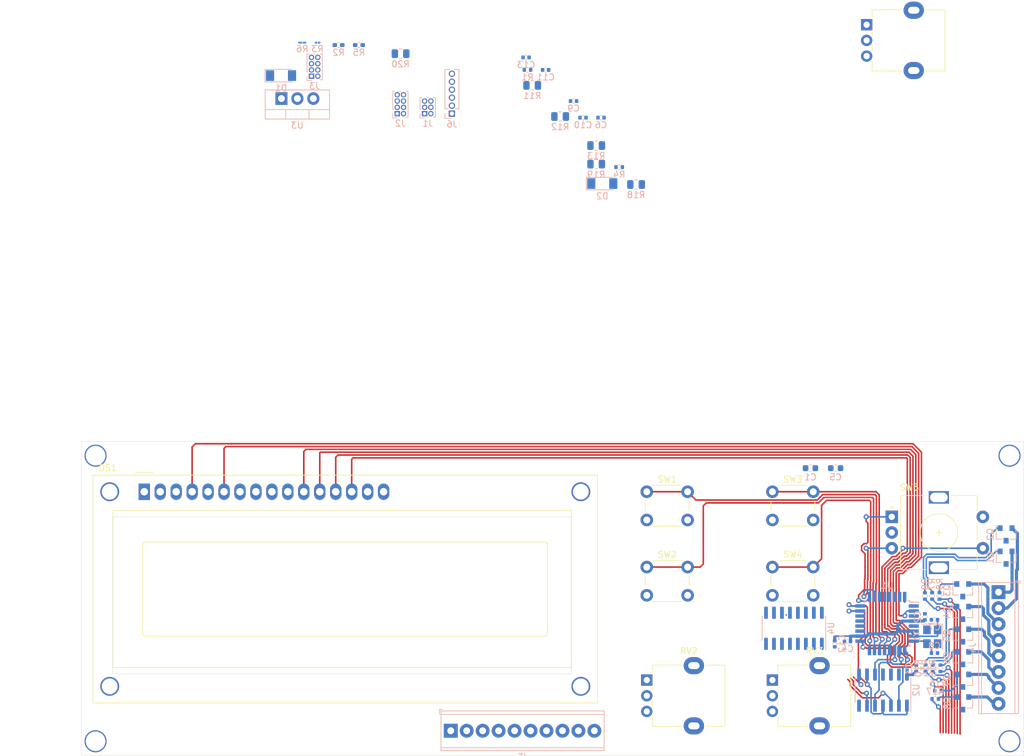
<source format=kicad_pcb>
(kicad_pcb (version 20171130) (host pcbnew 5.1.9-73d0e3b20d~88~ubuntu18.04.1)
  (layers (0 F.Cu signal) (31 B.Cu signal) (34 B.Paste user hide) (35 F.Paste user hide) (36 B.SilkS user hide) (37 F.SilkS user hide) (38 B.Mask user) (39 F.Mask user) (44 Edge.Cuts user))
  (net 0 "")
  (net 1 VIN)
  (net 2 GND)
  (net 3 VCC)
  (net 4 SW1)
  (net 5 SW2)
  (net 6 SW3)
  (net 7 SW4)
  (net 8 SW_ROT)
  (net 9 ROT_B)
  (net 10 ROT_A)
  (net 11 "Net-(DS1-Pad3)")
  (net 12 DISP_RS)
  (net 13 DISP_EN)
  (net 14 "Net-(DS1-Pad7)")
  (net 15 "Net-(DS1-Pad8)")
  (net 16 "Net-(DS1-Pad9)")
  (net 17 "Net-(DS1-Pad10)")
  (net 18 DISP_D4)
  (net 19 "Net-(DS1-Pad15)")
  (net 20 "Net-(C7-Pad2)")
  (net 21 POT_1)
  (net 22 POT_2)
  (net 23 SDA)
  (net 24 SCL)
  (net 25 RX)
  (net 26 TX)
  (net 27 DISP_D5\SHIFT_DATA)
  (net 28 DISP_D6\SHIFT_LATCH)
  (net 29 DISP_D7\SHIFT_CLOCK)
  (net 30 POT1_C)
  (net 31 POT1_B)
  (net 32 POT1_A)
  (net 33 POT2_A)
  (net 34 POT2_B)
  (net 35 POT2_C)
  (net 36 "Net-(U1-Pad20)")
  (net 37 SHIFT_ENABLE)
  (net 38 RST)
  (net 39 "Net-(C8-Pad2)")
  (net 40 "Net-(C13-Pad1)")
  (net 41 PTT_IN)
  (net 42 ALARM_IN)
  (net 43 Q1)
  (net 44 Q2)
  (net 45 Q3)
  (net 46 Q4)
  (net 47 Q5)
  (net 48 Q6)
  (net 49 Q7)
  (net 50 Q8)
  (net 51 PTT)
  (net 52 ALARM)
  (net 53 "Net-(Q1-Pad1)")
  (net 54 "Net-(Q2-Pad1)")
  (net 55 "Net-(Q3-Pad1)")
  (net 56 "Net-(Q4-Pad1)")
  (net 57 "Net-(Q5-Pad1)")
  (net 58 "Net-(Q6-Pad1)")
  (net 59 "Net-(Q7-Pad1)")
  (net 60 "Net-(Q8-Pad1)")
  (net 61 Q1_NPN)
  (net 62 Q2_NPN)
  (net 63 Q3_NPN)
  (net 64 Q4_NPN)
  (net 65 Q5_NPN)
  (net 66 Q6_NPN)
  (net 67 Q7_NPN)
  (net 68 Q8_NPN)
  (net 69 SHIFT_DATA)
  (net 70 SHIFT_LATCH)
  (net 71 SHIFT_CLOCK)
  (net 72 "Net-(U2-Pad11)")
  (net 73 "Net-(U2-Pad12)")
  (net 74 "Net-(U4-Pad9)")
  (net 75 "Net-(J6-Pad5)")
  (net 76 "Net-(U2-Pad13)")
  (module Rotary_Encoder:RotaryEncoder_Alps_EC11E-Switch_Vertical_H20mm (layer F.Cu) (at 259 123)
    (fp_text reference SW5 (at 2.8 -4.7) (layer F.SilkS))
    (fp_text value Rotary_Encoder_Switch)
    (pad S1 thru_hole circle (at 14.5 5) (size 2 2) (drill 1) (layers *.Cu *.Mask) (net 8 SW_ROT))
    (pad S2 thru_hole circle (at 14.5 0) (size 2 2) (drill 1) (layers *.Cu *.Mask) (net 2 GND))
    (pad MP thru_hole rect (at 7.5 8.1) (size 3.2 2) (drill oval 2.8 1.5) (layers *.Cu *.Mask))
    (pad MP thru_hole rect (at 7.5 -3.1) (size 3.2 2) (drill oval 2.8 1.5) (layers *.Cu *.Mask))
    (pad B thru_hole circle (at 0 5) (size 2 2) (drill 1) (layers *.Cu *.Mask) (net 9 ROT_B))
    (pad C thru_hole circle (at 0 2.5) (size 2 2) (drill 1) (layers *.Cu *.Mask) (net 2 GND))
    (pad A thru_hole rect (at 0 0) (size 2 2) (drill 1) (layers *.Cu *.Mask) (net 10 ROT_A))
  )
  (module Package_QFP:TQFP-32_7x7mm_P0.8mm (layer B.Cu) (at 258.25 140 180)
    (fp_text reference U1 (at 0 6.05) (layer B.SilkS) (effects (justify mirror)))
    (fp_text value ATmega328-AU)
    (pad 1 smd rect (at -4.25 2.8 180) (size 1.6 0.55) (layers B.Cu B.Paste B.Mask) (net 42 ALARM_IN))
    (pad 2 smd rect (at -4.25 2 180) (size 1.6 0.55) (layers B.Cu B.Paste B.Mask) (net 12 DISP_RS))
    (pad 3 smd rect (at -4.25 1.2 180) (size 1.6 0.55) (layers B.Cu B.Paste B.Mask) (net 2 GND))
    (pad 4 smd rect (at -4.25 0.4 180) (size 1.6 0.55) (layers B.Cu B.Paste B.Mask) (net 3 VCC))
    (pad 5 smd rect (at -4.25 -0.4 180) (size 1.6 0.55) (layers B.Cu B.Paste B.Mask) (net 2 GND))
    (pad 6 smd rect (at -4.25 -1.2 180) (size 1.6 0.55) (layers B.Cu B.Paste B.Mask) (net 3 VCC))
    (pad 7 smd rect (at -4.25 -2 180) (size 1.6 0.55) (layers B.Cu B.Paste B.Mask) (net 20 "Net-(C7-Pad2)"))
    (pad 8 smd rect (at -4.25 -2.8 180) (size 1.6 0.55) (layers B.Cu B.Paste B.Mask) (net 39 "Net-(C8-Pad2)"))
    (pad 9 smd rect (at -2.8 -4.25 90) (size 1.6 0.55) (layers B.Cu B.Paste B.Mask) (net 27 DISP_D5\SHIFT_DATA))
    (pad 10 smd rect (at -2 -4.25 90) (size 1.6 0.55) (layers B.Cu B.Paste B.Mask) (net 28 DISP_D6\SHIFT_LATCH))
    (pad 11 smd rect (at -1.2 -4.25 90) (size 1.6 0.55) (layers B.Cu B.Paste B.Mask) (net 29 DISP_D7\SHIFT_CLOCK))
    (pad 12 smd rect (at -0.4 -4.25 90) (size 1.6 0.55) (layers B.Cu B.Paste B.Mask) (net 8 SW_ROT))
    (pad 13 smd rect (at 0.4 -4.25 90) (size 1.6 0.55) (layers B.Cu B.Paste B.Mask) (net 6 SW3))
    (pad 14 smd rect (at 1.2 -4.25 90) (size 1.6 0.55) (layers B.Cu B.Paste B.Mask) (net 4 SW1))
    (pad 15 smd rect (at 2 -4.25 90) (size 1.6 0.55) (layers B.Cu B.Paste B.Mask) (net 5 SW2))
    (pad 16 smd rect (at 2.8 -4.25 90) (size 1.6 0.55) (layers B.Cu B.Paste B.Mask) (net 7 SW4))
    (pad 17 smd rect (at 4.25 -2.8 180) (size 1.6 0.55) (layers B.Cu B.Paste B.Mask) (net 13 DISP_EN))
    (pad 18 smd rect (at 4.25 -2 180) (size 1.6 0.55) (layers B.Cu B.Paste B.Mask) (net 3 VCC))
    (pad 19 smd rect (at 4.25 -1.2 180) (size 1.6 0.55) (layers B.Cu B.Paste B.Mask) (net 21 POT_1))
    (pad 20 smd rect (at 4.25 -0.4 180) (size 1.6 0.55) (layers B.Cu B.Paste B.Mask) (net 36 "Net-(U1-Pad20)"))
    (pad 21 smd rect (at 4.25 0.4 180) (size 1.6 0.55) (layers B.Cu B.Paste B.Mask) (net 2 GND))
    (pad 22 smd rect (at 4.25 1.2 180) (size 1.6 0.55) (layers B.Cu B.Paste B.Mask) (net 22 POT_2))
    (pad 23 smd rect (at 4.25 2 180) (size 1.6 0.55) (layers B.Cu B.Paste B.Mask) (net 37 SHIFT_ENABLE))
    (pad 24 smd rect (at 4.25 2.8 180) (size 1.6 0.55) (layers B.Cu B.Paste B.Mask) (net 18 DISP_D4))
    (pad 25 smd rect (at 2.8 4.25 90) (size 1.6 0.55) (layers B.Cu B.Paste B.Mask) (net 10 ROT_A))
    (pad 26 smd rect (at 2 4.25 90) (size 1.6 0.55) (layers B.Cu B.Paste B.Mask) (net 9 ROT_B))
    (pad 27 smd rect (at 1.2 4.25 90) (size 1.6 0.55) (layers B.Cu B.Paste B.Mask) (net 23 SDA))
    (pad 28 smd rect (at 0.4 4.25 90) (size 1.6 0.55) (layers B.Cu B.Paste B.Mask) (net 24 SCL))
    (pad 29 smd rect (at -0.4 4.25 90) (size 1.6 0.55) (layers B.Cu B.Paste B.Mask) (net 38 RST))
    (pad 30 smd rect (at -1.2 4.25 90) (size 1.6 0.55) (layers B.Cu B.Paste B.Mask) (net 25 RX))
    (pad 31 smd rect (at -2 4.25 90) (size 1.6 0.55) (layers B.Cu B.Paste B.Mask) (net 26 TX))
    (pad 32 smd rect (at -2.8 4.25 90) (size 1.6 0.55) (layers B.Cu B.Paste B.Mask) (net 41 PTT_IN))
  )
  (module Display:WC1602A (layer F.Cu) (at 140 119)
    (fp_text reference DS1 (at -5.82 -3.81) (layer F.SilkS))
    (fp_text value WC1602A)
    (pad 1 thru_hole rect (at 0 0) (size 1.8 2.6) (drill 1.2) (layers *.Cu *.Mask) (net 2 GND))
    (pad 2 thru_hole oval (at 2.54 0) (size 1.8 2.6) (drill 1.2) (layers *.Cu *.Mask) (net 3 VCC))
    (pad 3 thru_hole oval (at 5.08 0) (size 1.8 2.6) (drill 1.2) (layers *.Cu *.Mask) (net 11 "Net-(DS1-Pad3)"))
    (pad 4 thru_hole oval (at 7.62 0) (size 1.8 2.6) (drill 1.2) (layers *.Cu *.Mask) (net 12 DISP_RS))
    (pad 5 thru_hole oval (at 10.16 0) (size 1.8 2.6) (drill 1.2) (layers *.Cu *.Mask) (net 2 GND))
    (pad 6 thru_hole oval (at 12.7 0) (size 1.8 2.6) (drill 1.2) (layers *.Cu *.Mask) (net 13 DISP_EN))
    (pad 7 thru_hole oval (at 15.24 0) (size 1.8 2.6) (drill 1.2) (layers *.Cu *.Mask) (net 14 "Net-(DS1-Pad7)"))
    (pad 8 thru_hole oval (at 17.78 0) (size 1.8 2.6) (drill 1.2) (layers *.Cu *.Mask) (net 15 "Net-(DS1-Pad8)"))
    (pad 9 thru_hole oval (at 20.32 0) (size 1.8 2.6) (drill 1.2) (layers *.Cu *.Mask) (net 16 "Net-(DS1-Pad9)"))
    (pad 10 thru_hole oval (at 22.86 0) (size 1.8 2.6) (drill 1.2) (layers *.Cu *.Mask) (net 17 "Net-(DS1-Pad10)"))
    (pad 11 thru_hole oval (at 25.4 0) (size 1.8 2.6) (drill 1.2) (layers *.Cu *.Mask) (net 18 DISP_D4))
    (pad 12 thru_hole oval (at 27.94 0) (size 1.8 2.6) (drill 1.2) (layers *.Cu *.Mask) (net 27 DISP_D5\SHIFT_DATA))
    (pad 13 thru_hole oval (at 30.48 0) (size 1.8 2.6) (drill 1.2) (layers *.Cu *.Mask) (net 28 DISP_D6\SHIFT_LATCH))
    (pad 14 thru_hole oval (at 33.02 0) (size 1.8 2.6) (drill 1.2) (layers *.Cu *.Mask) (net 29 DISP_D7\SHIFT_CLOCK))
    (pad 15 thru_hole oval (at 35.56 0) (size 1.8 2.6) (drill 1.2) (layers *.Cu *.Mask) (net 19 "Net-(DS1-Pad15)"))
    (pad 16 thru_hole oval (at 38.1 0) (size 1.8 2.6) (drill 1.2) (layers *.Cu *.Mask) (net 2 GND))
    (pad "" thru_hole circle (at -5.4991 0) (size 3 3) (drill 2.5) (layers *.Cu *.Mask))
    (pad "" thru_hole circle (at -5.4991 31.0007) (size 3 3) (drill 2.5) (layers *.Cu *.Mask))
    (pad "" thru_hole circle (at 69.49948 31.0007) (size 3 3) (drill 2.5) (layers *.Cu *.Mask))
    (pad "" thru_hole circle (at 69.5 0) (size 3 3) (drill 2.5) (layers *.Cu *.Mask))
  )
  (module Button_Switch_THT:SW_PUSH_6mm (layer F.Cu) (at 220 119)
    (fp_text reference SW1 (at 3.25 -2) (layer F.SilkS))
    (fp_text value SW_Push)
    (pad 2 thru_hole circle (at 0 4.5 90) (size 2 2) (drill 1.1) (layers *.Cu *.Mask) (net 2 GND))
    (pad 1 thru_hole circle (at 0 0 90) (size 2 2) (drill 1.1) (layers *.Cu *.Mask) (net 4 SW1))
    (pad 2 thru_hole circle (at 6.5 4.5 90) (size 2 2) (drill 1.1) (layers *.Cu *.Mask) (net 2 GND))
    (pad 1 thru_hole circle (at 6.5 0 90) (size 2 2) (drill 1.1) (layers *.Cu *.Mask) (net 4 SW1))
  )
  (module Button_Switch_THT:SW_PUSH_6mm (layer F.Cu) (at 220 131)
    (fp_text reference SW2 (at 3.25 -2) (layer F.SilkS))
    (fp_text value SW_Push)
    (pad 1 thru_hole circle (at 6.5 0 90) (size 2 2) (drill 1.1) (layers *.Cu *.Mask) (net 5 SW2))
    (pad 2 thru_hole circle (at 6.5 4.5 90) (size 2 2) (drill 1.1) (layers *.Cu *.Mask) (net 2 GND))
    (pad 1 thru_hole circle (at 0 0 90) (size 2 2) (drill 1.1) (layers *.Cu *.Mask) (net 5 SW2))
    (pad 2 thru_hole circle (at 0 4.5 90) (size 2 2) (drill 1.1) (layers *.Cu *.Mask) (net 2 GND))
  )
  (module Button_Switch_THT:SW_PUSH_6mm (layer F.Cu) (at 240 119)
    (fp_text reference SW3 (at 3.25 -2) (layer F.SilkS))
    (fp_text value SW_Push)
    (pad 2 thru_hole circle (at 0 4.5 90) (size 2 2) (drill 1.1) (layers *.Cu *.Mask) (net 2 GND))
    (pad 1 thru_hole circle (at 0 0 90) (size 2 2) (drill 1.1) (layers *.Cu *.Mask) (net 6 SW3))
    (pad 2 thru_hole circle (at 6.5 4.5 90) (size 2 2) (drill 1.1) (layers *.Cu *.Mask) (net 2 GND))
    (pad 1 thru_hole circle (at 6.5 0 90) (size 2 2) (drill 1.1) (layers *.Cu *.Mask) (net 6 SW3))
  )
  (module Button_Switch_THT:SW_PUSH_6mm (layer F.Cu) (at 240 131)
    (fp_text reference SW4 (at 3.25 -2) (layer F.SilkS))
    (fp_text value SW_Push)
    (pad 1 thru_hole circle (at 6.5 0 90) (size 2 2) (drill 1.1) (layers *.Cu *.Mask) (net 7 SW4))
    (pad 2 thru_hole circle (at 6.5 4.5 90) (size 2 2) (drill 1.1) (layers *.Cu *.Mask) (net 2 GND))
    (pad 1 thru_hole circle (at 0 0 90) (size 2 2) (drill 1.1) (layers *.Cu *.Mask) (net 7 SW4))
    (pad 2 thru_hole circle (at 0 4.5 90) (size 2 2) (drill 1.1) (layers *.Cu *.Mask) (net 2 GND))
  )
  (module Capacitor_SMD:C_0603_1608Metric (layer B.Cu) (at 246.055001 115.244999)
    (fp_text reference C1 (at 0 1.43) (layer B.SilkS) (effects (justify mirror)))
    (fp_text value 22u)
    (pad 1 smd roundrect (at -0.775 0) (size 0.9 0.95) (layers B.Cu B.Paste B.Mask) (net 1 VIN))
    (pad 2 smd roundrect (at 0.775 0) (size 0.9 0.95) (layers B.Cu B.Paste B.Mask) (net 2 GND))
  )
  (module Capacitor_SMD:C_0603_1608Metric (layer B.Cu) (at 250.065001 115.244999)
    (fp_text reference C5 (at 0 1.43) (layer B.SilkS) (effects (justify mirror)))
    (fp_text value 22u)
    (pad 2 smd roundrect (at 0.775 0) (size 0.9 0.95) (layers B.Cu B.Paste B.Mask) (net 2 GND))
    (pad 1 smd roundrect (at -0.775 0) (size 0.9 0.95) (layers B.Cu B.Paste B.Mask) (net 3 VCC))
  )
  (module Potentiometer_THT:Potentiometer_Alpha_RD901F-40-00D_Single_Vertical (layer F.Cu) (at 220 149)
    (fp_text reference RV2 (at 6.71 -4.64 180) (layer F.SilkS))
    (fp_text value 10k)
    (pad "" thru_hole oval (at 7.5 -2.3 90) (size 2.72 3.24) (drill oval 1.1 1.8) (layers *.Cu *.Mask))
    (pad "" thru_hole oval (at 7.5 7.3 90) (size 2.72 3.24) (drill oval 1.1 1.8) (layers *.Cu *.Mask))
    (pad 3 thru_hole circle (at 0 5 90) (size 1.8 1.8) (drill 1) (layers *.Cu *.Mask) (net 30 POT1_C))
    (pad 2 thru_hole circle (at 0 2.5 90) (size 1.8 1.8) (drill 1) (layers *.Cu *.Mask) (net 31 POT1_B))
    (pad 1 thru_hole rect (at 0 0 90) (size 1.8 1.8) (drill 1) (layers *.Cu *.Mask) (net 32 POT1_A))
  )
  (module Potentiometer_THT:Potentiometer_Alpha_RD901F-40-00D_Single_Vertical (layer F.Cu) (at 240 149)
    (fp_text reference RV3 (at 6.71 -4.64 180) (layer F.SilkS))
    (fp_text value 10k)
    (pad 1 thru_hole rect (at 0 0 90) (size 1.8 1.8) (drill 1) (layers *.Cu *.Mask) (net 33 POT2_A))
    (pad 2 thru_hole circle (at 0 2.5 90) (size 1.8 1.8) (drill 1) (layers *.Cu *.Mask) (net 34 POT2_B))
    (pad 3 thru_hole circle (at 0 5 90) (size 1.8 1.8) (drill 1) (layers *.Cu *.Mask) (net 35 POT2_C))
    (pad "" thru_hole oval (at 7.5 7.3 90) (size 2.72 3.24) (drill oval 1.1 1.8) (layers *.Cu *.Mask))
    (pad "" thru_hole oval (at 7.5 -2.3 90) (size 2.72 3.24) (drill oval 1.1 1.8) (layers *.Cu *.Mask))
  )
  (module Capacitor_SMD:C_0402_1005Metric (layer B.Cu) (at 264.275 138.925 270)
    (fp_text reference C2 (at 0 1.16 90) (layer B.SilkS) (effects (justify mirror)))
    (fp_text value 100n)
    (pad 2 smd roundrect (at 0.48 0 270) (size 0.56 0.62) (layers B.Cu B.Paste B.Mask) (net 3 VCC))
    (pad 1 smd roundrect (at -0.48 0 270) (size 0.56 0.62) (layers B.Cu B.Paste B.Mask) (net 2 GND))
  )
  (module Capacitor_SMD:C_0402_1005Metric (layer B.Cu) (at 262.9 147.125 270)
    (fp_text reference C3 (at 0 1.16 90) (layer B.SilkS) (effects (justify mirror)))
    (fp_text value 100n)
    (pad 1 smd roundrect (at -0.48 0 270) (size 0.56 0.62) (layers B.Cu B.Paste B.Mask) (net 2 GND))
    (pad 2 smd roundrect (at 0.48 0 270) (size 0.56 0.62) (layers B.Cu B.Paste B.Mask) (net 3 VCC))
  )
  (module Capacitor_SMD:C_0402_1005Metric (layer B.Cu) (at 251.95 142.85)
    (fp_text reference C4 (at 0 1.16) (layer B.SilkS) (effects (justify mirror)))
    (fp_text value 100n)
    (pad 1 smd roundrect (at -0.48 0) (size 0.56 0.62) (layers B.Cu B.Paste B.Mask) (net 2 GND))
    (pad 2 smd roundrect (at 0.48 0) (size 0.56 0.62) (layers B.Cu B.Paste B.Mask) (net 3 VCC))
  )
  (module Capacitor_SMD:C_0402_1005Metric (layer B.Cu) (at 212.715001 59.404999)
    (fp_text reference C6 (at 0 1.16) (layer B.SilkS) (effects (justify mirror)))
    (fp_text value 100n)
    (pad 1 smd roundrect (at -0.48 0) (size 0.56 0.62) (layers B.Cu B.Paste B.Mask) (net 2 GND))
    (pad 2 smd roundrect (at 0.48 0) (size 0.56 0.62) (layers B.Cu B.Paste B.Mask) (net 3 VCC))
  )
  (module Capacitor_SMD:C_0402_1005Metric (layer B.Cu) (at 265.8 139.4)
    (fp_text reference C7 (at 0 1.16) (layer B.SilkS) (effects (justify mirror)))
    (fp_text value 18p)
    (pad 2 smd roundrect (at 0.48 0) (size 0.56 0.62) (layers B.Cu B.Paste B.Mask) (net 20 "Net-(C7-Pad2)"))
    (pad 1 smd roundrect (at -0.48 0) (size 0.56 0.62) (layers B.Cu B.Paste B.Mask) (net 2 GND))
  )
  (module Capacitor_SMD:C_0402_1005Metric (layer B.Cu) (at 265.8 144.7 180)
    (fp_text reference C8 (at 0 1.16) (layer B.SilkS) (effects (justify mirror)))
    (fp_text value 18p)
    (pad 1 smd roundrect (at -0.48 0 180) (size 0.56 0.62) (layers B.Cu B.Paste B.Mask) (net 2 GND))
    (pad 2 smd roundrect (at 0.48 0 180) (size 0.56 0.62) (layers B.Cu B.Paste B.Mask) (net 39 "Net-(C8-Pad2)"))
  )
  (module Capacitor_SMD:C_0402_1005Metric (layer B.Cu) (at 208.345001 56.764999)
    (fp_text reference C9 (at 0 1.16) (layer B.SilkS) (effects (justify mirror)))
    (fp_text value 100n)
    (pad 2 smd roundrect (at 0.48 0) (size 0.56 0.62) (layers B.Cu B.Paste B.Mask) (net 9 ROT_B))
    (pad 1 smd roundrect (at -0.48 0) (size 0.56 0.62) (layers B.Cu B.Paste B.Mask) (net 2 GND))
  )
  (module Capacitor_SMD:C_0402_1005Metric (layer B.Cu) (at 209.845001 59.404999)
    (fp_text reference C10 (at 0 1.16) (layer B.SilkS) (effects (justify mirror)))
    (fp_text value 100n)
    (pad 2 smd roundrect (at 0.48 0) (size 0.56 0.62) (layers B.Cu B.Paste B.Mask) (net 3 VCC))
    (pad 1 smd roundrect (at -0.48 0) (size 0.56 0.62) (layers B.Cu B.Paste B.Mask) (net 2 GND))
  )
  (module Capacitor_SMD:C_0402_1005Metric (layer B.Cu) (at 203.895001 51.804999)
    (fp_text reference C11 (at 0 1.16) (layer B.SilkS) (effects (justify mirror)))
    (fp_text value 100n)
    (pad 1 smd roundrect (at -0.48 0) (size 0.56 0.62) (layers B.Cu B.Paste B.Mask) (net 2 GND))
    (pad 2 smd roundrect (at 0.48 0) (size 0.56 0.62) (layers B.Cu B.Paste B.Mask) (net 10 ROT_A))
  )
  (module Capacitor_SMD:C_0402_1005Metric (layer B.Cu) (at 249.925 143.225 90)
    (fp_text reference C12 (at 0 1.16 90) (layer B.SilkS) (effects (justify mirror)))
    (fp_text value 100n)
    (pad 2 smd roundrect (at 0.48 0 90) (size 0.56 0.62) (layers B.Cu B.Paste B.Mask) (net 3 VCC))
    (pad 1 smd roundrect (at -0.48 0 90) (size 0.56 0.62) (layers B.Cu B.Paste B.Mask) (net 2 GND))
  )
  (module Capacitor_SMD:C_0402_1005Metric (layer B.Cu) (at 200.785001 49.814999)
    (fp_text reference C13 (at 0 1.16) (layer B.SilkS) (effects (justify mirror)))
    (fp_text value 100n)
    (pad 1 smd roundrect (at -0.48 0) (size 0.56 0.62) (layers B.Cu B.Paste B.Mask) (net 40 "Net-(C13-Pad1)"))
    (pad 2 smd roundrect (at 0.48 0) (size 0.56 0.62) (layers B.Cu B.Paste B.Mask) (net 38 RST))
  )
  (module Diode_SMD:D_MiniMELF (layer B.Cu) (at 161.775001 52.704999)
    (fp_text reference D1 (at 0 2) (layer B.SilkS) (effects (justify mirror)))
    (fp_text value 4V7)
    (pad 1 smd rect (at -1.75 0) (size 1.3 1.7) (layers B.Cu B.Paste B.Mask) (net 41 PTT_IN))
    (pad 2 smd rect (at 1.75 0) (size 1.3 1.7) (layers B.Cu B.Paste B.Mask) (net 2 GND))
  )
  (module Diode_SMD:D_MiniMELF (layer B.Cu) (at 212.915001 69.904999)
    (fp_text reference D2 (at 0 2) (layer B.SilkS) (effects (justify mirror)))
    (fp_text value 4V7)
    (pad 2 smd rect (at 1.75 0) (size 1.3 1.7) (layers B.Cu B.Paste B.Mask) (net 2 GND))
    (pad 1 smd rect (at -1.75 0) (size 1.3 1.7) (layers B.Cu B.Paste B.Mask) (net 42 ALARM_IN))
  )
  (module Connector_PinHeader_1.00mm:PinHeader_2x04_P1.00mm_Vertical (layer B.Cu) (at 180.275001 58.764999)
    (fp_text reference J2 (at 0.5 1.56) (layer B.SilkS) (effects (justify mirror)))
    (fp_text value I2C)
    (pad 1 thru_hole rect (at 0 0) (size 0.85 0.85) (drill 0.5) (layers *.Cu *.Mask) (net 24 SCL))
    (pad 2 thru_hole oval (at 1 0) (size 0.85 0.85) (drill 0.5) (layers *.Cu *.Mask) (net 23 SDA))
    (pad 3 thru_hole oval (at 0 -1) (size 0.85 0.85) (drill 0.5) (layers *.Cu *.Mask) (net 24 SCL))
    (pad 4 thru_hole oval (at 1 -1) (size 0.85 0.85) (drill 0.5) (layers *.Cu *.Mask) (net 23 SDA))
    (pad 5 thru_hole oval (at 0 -2) (size 0.85 0.85) (drill 0.5) (layers *.Cu *.Mask) (net 24 SCL))
    (pad 6 thru_hole oval (at 1 -2) (size 0.85 0.85) (drill 0.5) (layers *.Cu *.Mask) (net 23 SDA))
    (pad 7 thru_hole oval (at 0 -3) (size 0.85 0.85) (drill 0.5) (layers *.Cu *.Mask) (net 24 SCL))
    (pad 8 thru_hole oval (at 1 -3) (size 0.85 0.85) (drill 0.5) (layers *.Cu *.Mask) (net 23 SDA))
  )
  (module Connector_PinHeader_1.00mm:PinHeader_2x03_P1.00mm_Vertical (layer B.Cu) (at 184.625001 58.764999)
    (fp_text reference J1 (at 0.5 1.56) (layer B.SilkS) (effects (justify mirror)))
    (fp_text value ICSP)
    (pad 1 thru_hole rect (at 0 0) (size 0.85 0.85) (drill 0.5) (layers *.Cu *.Mask) (net 7 SW4))
    (pad 2 thru_hole oval (at 1 0) (size 0.85 0.85) (drill 0.5) (layers *.Cu *.Mask) (net 3 VCC))
    (pad 3 thru_hole oval (at 0 -1) (size 0.85 0.85) (drill 0.5) (layers *.Cu *.Mask) (net 13 DISP_EN))
    (pad 4 thru_hole oval (at 1 -1) (size 0.85 0.85) (drill 0.5) (layers *.Cu *.Mask) (net 5 SW2))
    (pad 5 thru_hole oval (at 0 -2) (size 0.85 0.85) (drill 0.5) (layers *.Cu *.Mask) (net 38 RST))
    (pad 6 thru_hole oval (at 1 -2) (size 0.85 0.85) (drill 0.5) (layers *.Cu *.Mask) (net 2 GND))
  )
  (module Connector_PinHeader_1.00mm:PinHeader_2x04_P1.00mm_Vertical (layer B.Cu) (at 166.625001 52.804999)
    (fp_text reference J3 (at 0.5 1.56) (layer B.SilkS) (effects (justify mirror)))
    (fp_text value VCC)
    (pad 8 thru_hole oval (at 1 -3) (size 0.85 0.85) (drill 0.5) (layers *.Cu *.Mask) (net 3 VCC))
    (pad 7 thru_hole oval (at 0 -3) (size 0.85 0.85) (drill 0.5) (layers *.Cu *.Mask) (net 2 GND))
    (pad 6 thru_hole oval (at 1 -2) (size 0.85 0.85) (drill 0.5) (layers *.Cu *.Mask) (net 3 VCC))
    (pad 5 thru_hole oval (at 0 -2) (size 0.85 0.85) (drill 0.5) (layers *.Cu *.Mask) (net 2 GND))
    (pad 4 thru_hole oval (at 1 -1) (size 0.85 0.85) (drill 0.5) (layers *.Cu *.Mask) (net 3 VCC))
    (pad 3 thru_hole oval (at 0 -1) (size 0.85 0.85) (drill 0.5) (layers *.Cu *.Mask) (net 2 GND))
    (pad 2 thru_hole oval (at 1 0) (size 0.85 0.85) (drill 0.5) (layers *.Cu *.Mask) (net 3 VCC))
    (pad 1 thru_hole rect (at 0 0) (size 0.85 0.85) (drill 0.5) (layers *.Cu *.Mask) (net 2 GND))
  )
  (module Package_TO_SOT_SMD:SOT-23 (layer B.Cu) (at 277.2 129.5 270)
    (fp_text reference Q1 (at 0 2.5 90) (layer B.SilkS) (effects (justify mirror)))
    (fp_text value S0805)
    (pad 1 smd rect (at -1 0.95 270) (size 0.9 0.8) (layers B.Cu B.Paste B.Mask) (net 53 "Net-(Q1-Pad1)"))
    (pad 2 smd rect (at -1 -0.95 270) (size 0.9 0.8) (layers B.Cu B.Paste B.Mask) (net 43 Q1))
    (pad 3 smd rect (at 1 0 270) (size 0.9 0.8) (layers B.Cu B.Paste B.Mask) (net 2 GND))
  )
  (module Package_TO_SOT_SMD:SOT-23 (layer B.Cu) (at 277.2 125.8 270)
    (fp_text reference Q2 (at 0 2.5 90) (layer B.SilkS) (effects (justify mirror)))
    (fp_text value S0805)
    (pad 3 smd rect (at 1 0 270) (size 0.9 0.8) (layers B.Cu B.Paste B.Mask) (net 2 GND))
    (pad 2 smd rect (at -1 -0.95 270) (size 0.9 0.8) (layers B.Cu B.Paste B.Mask) (net 44 Q2))
    (pad 1 smd rect (at -1 0.95 270) (size 0.9 0.8) (layers B.Cu B.Paste B.Mask) (net 54 "Net-(Q2-Pad1)"))
  )
  (module Package_TO_SOT_SMD:SOT-23 (layer B.Cu) (at 270.3 134.7 270)
    (fp_text reference Q3 (at 0 2.5 90) (layer B.SilkS) (effects (justify mirror)))
    (fp_text value S0805)
    (pad 1 smd rect (at -1 0.95 270) (size 0.9 0.8) (layers B.Cu B.Paste B.Mask) (net 55 "Net-(Q3-Pad1)"))
    (pad 2 smd rect (at -1 -0.95 270) (size 0.9 0.8) (layers B.Cu B.Paste B.Mask) (net 45 Q3))
    (pad 3 smd rect (at 1 0 270) (size 0.9 0.8) (layers B.Cu B.Paste B.Mask) (net 2 GND))
  )
  (module Package_TO_SOT_SMD:SOT-23 (layer B.Cu) (at 270.3 138.3 270)
    (fp_text reference Q4 (at 0 2.5 90) (layer B.SilkS) (effects (justify mirror)))
    (fp_text value S0805)
    (pad 3 smd rect (at 1 0 270) (size 0.9 0.8) (layers B.Cu B.Paste B.Mask) (net 2 GND))
    (pad 2 smd rect (at -1 -0.95 270) (size 0.9 0.8) (layers B.Cu B.Paste B.Mask) (net 46 Q4))
    (pad 1 smd rect (at -1 0.95 270) (size 0.9 0.8) (layers B.Cu B.Paste B.Mask) (net 56 "Net-(Q4-Pad1)"))
  )
  (module Package_TO_SOT_SMD:SOT-23 (layer B.Cu) (at 270.3 141.9 270)
    (fp_text reference Q5 (at 0 2.5 90) (layer B.SilkS) (effects (justify mirror)))
    (fp_text value S0805)
    (pad 1 smd rect (at -1 0.95 270) (size 0.9 0.8) (layers B.Cu B.Paste B.Mask) (net 57 "Net-(Q5-Pad1)"))
    (pad 2 smd rect (at -1 -0.95 270) (size 0.9 0.8) (layers B.Cu B.Paste B.Mask) (net 47 Q5))
    (pad 3 smd rect (at 1 0 270) (size 0.9 0.8) (layers B.Cu B.Paste B.Mask) (net 2 GND))
  )
  (module Package_TO_SOT_SMD:SOT-23 (layer B.Cu) (at 270.3 145.5 270)
    (fp_text reference Q6 (at 0 2.5 90) (layer B.SilkS) (effects (justify mirror)))
    (fp_text value S0805)
    (pad 1 smd rect (at -1 0.95 270) (size 0.9 0.8) (layers B.Cu B.Paste B.Mask) (net 58 "Net-(Q6-Pad1)"))
    (pad 2 smd rect (at -1 -0.95 270) (size 0.9 0.8) (layers B.Cu B.Paste B.Mask) (net 48 Q6))
    (pad 3 smd rect (at 1 0 270) (size 0.9 0.8) (layers B.Cu B.Paste B.Mask) (net 2 GND))
  )
  (module Package_TO_SOT_SMD:SOT-23 (layer B.Cu) (at 270.3 149.1 270)
    (fp_text reference Q7 (at 0 2.5 90) (layer B.SilkS) (effects (justify mirror)))
    (fp_text value S0805)
    (pad 3 smd rect (at 1 0 270) (size 0.9 0.8) (layers B.Cu B.Paste B.Mask) (net 2 GND))
    (pad 2 smd rect (at -1 -0.95 270) (size 0.9 0.8) (layers B.Cu B.Paste B.Mask) (net 49 Q7))
    (pad 1 smd rect (at -1 0.95 270) (size 0.9 0.8) (layers B.Cu B.Paste B.Mask) (net 59 "Net-(Q7-Pad1)"))
  )
  (module Resistor_SMD:R_0402_1005Metric (layer B.Cu) (at 201.005001 51.794999)
    (fp_text reference R1 (at 0 1.17) (layer B.SilkS) (effects (justify mirror)))
    (fp_text value 10k)
    (pad 1 smd roundrect (at -0.51 0) (size 0.54 0.64) (layers B.Cu B.Paste B.Mask) (net 3 VCC))
    (pad 2 smd roundrect (at 0.51 0) (size 0.54 0.64) (layers B.Cu B.Paste B.Mask) (net 38 RST))
  )
  (module Resistor_SMD:R_0402_1005Metric_Pad0.72x0.64mm_HandSolder (layer B.Cu) (at 170.925001 47.844999)
    (fp_text reference R2 (at 0 1.17) (layer B.SilkS) (effects (justify mirror)))
    (fp_text value 1k)
    (pad 1 smd roundrect (at -0.5975 0) (size 0.715 0.64) (layers B.Cu B.Paste B.Mask) (net 23 SDA))
    (pad 2 smd roundrect (at 0.5975 0) (size 0.715 0.64) (layers B.Cu B.Paste B.Mask) (net 3 VCC))
  )
  (module Resistor_SMD:R_01005_0402Metric (layer B.Cu) (at 167.585001 47.454999)
    (fp_text reference R3 (at 0 1) (layer B.SilkS) (effects (justify mirror)))
    (fp_text value 1k)
    (pad 1 smd roundrect (at -0.25 0) (size 0.4 0.3) (layers B.Cu B.Mask) (net 24 SCL))
    (pad 2 smd roundrect (at 0.25 0) (size 0.4 0.3) (layers B.Cu B.Mask) (net 3 VCC))
  )
  (module Resistor_SMD:R_01005_0402Metric_Pad0.57x0.30mm_HandSolder (layer B.Cu) (at 165.155001 47.454999)
    (fp_text reference R6 (at 0 1) (layer B.SilkS) (effects (justify mirror)))
    (fp_text value "220R 1/8W")
    (pad 1 smd roundrect (at -0.3375 0) (size 0.575 0.3) (layers B.Cu B.Mask) (net 3 VCC))
    (pad 2 smd roundrect (at 0.3375 0) (size 0.575 0.3) (layers B.Cu B.Mask) (net 19 "Net-(DS1-Pad15)"))
  )
  (module Resistor_SMD:R_0805_2012Metric (layer B.Cu) (at 201.755001 54.264999)
    (fp_text reference R11 (at 0 1.65) (layer B.SilkS) (effects (justify mirror)))
    (fp_text value 0R)
    (pad 2 smd roundrect (at 0.9125 0) (size 1.025 1.4) (layers B.Cu B.Paste B.Mask) (roundrect_rratio 0.243902) (net 32 POT1_A))
    (pad 1 smd roundrect (at -0.9125 0) (size 1.025 1.4) (layers B.Cu B.Paste B.Mask) (roundrect_rratio 0.243902) (net 3 VCC))
  )
  (module Resistor_SMD:R_0805_2012Metric (layer B.Cu) (at 206.205001 59.224999)
    (fp_text reference R12 (at 0 1.65) (layer B.SilkS) (effects (justify mirror)))
    (fp_text value 0R)
    (pad 1 smd roundrect (at -0.9125 0) (size 1.025 1.4) (layers B.Cu B.Paste B.Mask) (roundrect_rratio 0.243902) (net 2 GND))
    (pad 2 smd roundrect (at 0.9125 0) (size 1.025 1.4) (layers B.Cu B.Paste B.Mask) (roundrect_rratio 0.243902) (net 30 POT1_C))
  )
  (module Resistor_SMD:R_0805_2012Metric (layer B.Cu) (at 211.945001 63.854999)
    (fp_text reference R13 (at 0 1.65) (layer B.SilkS) (effects (justify mirror)))
    (fp_text value 0R)
    (pad 2 smd roundrect (at 0.9125 0) (size 1.025 1.4) (layers B.Cu B.Paste B.Mask) (roundrect_rratio 0.243902) (net 31 POT1_B))
    (pad 1 smd roundrect (at -0.9125 0) (size 1.025 1.4) (layers B.Cu B.Paste B.Mask) (roundrect_rratio 0.243902) (net 21 POT_1))
  )
  (module Resistor_SMD:R_0402_1005Metric (layer B.Cu) (at 265.525 147.125 270)
    (fp_text reference R14 (at 0 1.17 90) (layer B.SilkS) (effects (justify mirror)))
    (fp_text value 1k)
    (pad 2 smd roundrect (at 0.51 0 270) (size 0.54 0.64) (layers B.Cu B.Paste B.Mask) (net 65 Q5_NPN))
    (pad 1 smd roundrect (at -0.51 0 270) (size 0.54 0.64) (layers B.Cu B.Paste B.Mask) (net 57 "Net-(Q5-Pad1)"))
  )
  (module Resistor_SMD:R_0402_1005Metric (layer B.Cu) (at 266.75 147.125 270)
    (fp_text reference R15 (at 0 1.17 90) (layer B.SilkS) (effects (justify mirror)))
    (fp_text value 1k)
    (pad 2 smd roundrect (at 0.51 0 270) (size 0.54 0.64) (layers B.Cu B.Paste B.Mask) (net 66 Q6_NPN))
    (pad 1 smd roundrect (at -0.51 0 270) (size 0.54 0.64) (layers B.Cu B.Paste B.Mask) (net 58 "Net-(Q6-Pad1)"))
  )
  (module Resistor_SMD:R_0402_1005Metric (layer B.Cu) (at 266.35 150.675 180)
    (fp_text reference R16 (at 0 1.17) (layer B.SilkS) (effects (justify mirror)))
    (fp_text value 1k)
    (pad 1 smd roundrect (at -0.51 0 180) (size 0.54 0.64) (layers B.Cu B.Paste B.Mask) (net 59 "Net-(Q7-Pad1)"))
    (pad 2 smd roundrect (at 0.51 0 180) (size 0.54 0.64) (layers B.Cu B.Paste B.Mask) (net 67 Q7_NPN))
  )
  (module Resistor_SMD:R_0402_1005Metric (layer B.Cu) (at 265.925 152 180)
    (fp_text reference R17 (at 0 1.17) (layer B.SilkS) (effects (justify mirror)))
    (fp_text value 1k)
    (pad 1 smd roundrect (at -0.51 0 180) (size 0.54 0.64) (layers B.Cu B.Paste B.Mask) (net 60 "Net-(Q8-Pad1)"))
    (pad 2 smd roundrect (at 0.51 0 180) (size 0.54 0.64) (layers B.Cu B.Paste B.Mask) (net 68 Q8_NPN))
  )
  (module Resistor_SMD:R_0805_2012Metric (layer B.Cu) (at 218.295001 70.054999)
    (fp_text reference R18 (at 0 1.65) (layer B.SilkS) (effects (justify mirror)))
    (fp_text value 0R)
    (pad 1 smd roundrect (at -0.9125 0) (size 1.025 1.4) (layers B.Cu B.Paste B.Mask) (roundrect_rratio 0.243902) (net 3 VCC))
    (pad 2 smd roundrect (at 0.9125 0) (size 1.025 1.4) (layers B.Cu B.Paste B.Mask) (roundrect_rratio 0.243902) (net 33 POT2_A))
  )
  (module Resistor_SMD:R_0805_2012Metric (layer B.Cu) (at 211.945001 66.804999)
    (fp_text reference R19 (at 0 1.65) (layer B.SilkS) (effects (justify mirror)))
    (fp_text value 0R)
    (pad 2 smd roundrect (at 0.9125 0) (size 1.025 1.4) (layers B.Cu B.Paste B.Mask) (roundrect_rratio 0.243902) (net 35 POT2_C))
    (pad 1 smd roundrect (at -0.9125 0) (size 1.025 1.4) (layers B.Cu B.Paste B.Mask) (roundrect_rratio 0.243902) (net 2 GND))
  )
  (module Resistor_SMD:R_0805_2012Metric (layer B.Cu) (at 180.805001 49.214999)
    (fp_text reference R20 (at 0 1.65) (layer B.SilkS) (effects (justify mirror)))
    (fp_text value 0R)
    (pad 1 smd roundrect (at -0.9125 0) (size 1.025 1.4) (layers B.Cu B.Paste B.Mask) (roundrect_rratio 0.243902) (net 22 POT_2))
    (pad 2 smd roundrect (at 0.9125 0) (size 1.025 1.4) (layers B.Cu B.Paste B.Mask) (roundrect_rratio 0.243902) (net 34 POT2_B))
  )
  (module Resistor_SMD:R_0402_1005Metric (layer B.Cu) (at 215.605001 67.284999)
    (fp_text reference R4 (at 0 1.17) (layer B.SilkS) (effects (justify mirror)))
    (fp_text value 100R)
    (pad 2 smd roundrect (at 0.51 0) (size 0.54 0.64) (layers B.Cu B.Paste B.Mask) (net 51 PTT))
    (pad 1 smd roundrect (at -0.51 0) (size 0.54 0.64) (layers B.Cu B.Paste B.Mask) (net 41 PTT_IN))
  )
  (module Resistor_SMD:R_0402_1005Metric_Pad0.72x0.64mm_HandSolder (layer B.Cu) (at 174.175001 47.844999)
    (fp_text reference R5 (at 0 1.17) (layer B.SilkS) (effects (justify mirror)))
    (fp_text value 100R)
    (pad 2 smd roundrect (at 0.5975 0) (size 0.715 0.64) (layers B.Cu B.Paste B.Mask) (net 52 ALARM))
    (pad 1 smd roundrect (at -0.5975 0) (size 0.715 0.64) (layers B.Cu B.Paste B.Mask) (net 42 ALARM_IN))
  )
  (module Potentiometer_THT:Potentiometer_Alpha_RD901F-40-00D_Single_Vertical (layer F.Cu) (at 255 44.6)
    (fp_text reference RV1 (at 6.71 -4.64 180) (layer F.SilkS))
    (fp_text value 10k)
    (pad 1 thru_hole rect (at 0 0 90) (size 1.8 1.8) (drill 1) (layers *.Cu *.Mask) (net 3 VCC))
    (pad 2 thru_hole circle (at 0 2.5 90) (size 1.8 1.8) (drill 1) (layers *.Cu *.Mask) (net 11 "Net-(DS1-Pad3)"))
    (pad 3 thru_hole circle (at 0 5 90) (size 1.8 1.8) (drill 1) (layers *.Cu *.Mask) (net 2 GND))
    (pad "" thru_hole oval (at 7.5 7.3 90) (size 2.72 3.24) (drill oval 1.1 1.8) (layers *.Cu *.Mask))
    (pad "" thru_hole oval (at 7.5 -2.3 90) (size 2.72 3.24) (drill oval 1.1 1.8) (layers *.Cu *.Mask))
  )
  (module Package_TO_SOT_THT:TO-220-3_Vertical (layer B.Cu) (at 161.835001 56.364999)
    (fp_text reference U3 (at 2.54 4.27) (layer B.SilkS) (effects (justify mirror)))
    (fp_text value L7805)
    (pad 1 thru_hole rect (at 0 0) (size 1.905 2) (drill 1.1) (layers *.Cu *.Mask) (net 1 VIN))
    (pad 2 thru_hole oval (at 2.54 0) (size 1.905 2) (drill 1.1) (layers *.Cu *.Mask) (net 2 GND))
    (pad 3 thru_hole oval (at 5.08 0) (size 1.905 2) (drill 1.1) (layers *.Cu *.Mask) (net 3 VCC))
  )
  (module Package_SO:SOIC-16_3.9x9.9mm_P1.27mm (layer B.Cu) (at 243.425 140.75 90)
    (fp_text reference U4 (at 0 5.9 90) (layer B.SilkS) (effects (justify mirror)))
    (fp_text value 74HC595)
    (pad 1 smd roundrect (at -2.475 4.445 90) (size 1.95 0.6) (layers B.Cu B.Paste B.Mask) (net 62 Q2_NPN))
    (pad 2 smd roundrect (at -2.475 3.175 90) (size 1.95 0.6) (layers B.Cu B.Paste B.Mask) (net 63 Q3_NPN))
    (pad 3 smd roundrect (at -2.475 1.905 90) (size 1.95 0.6) (layers B.Cu B.Paste B.Mask) (net 64 Q4_NPN))
    (pad 4 smd roundrect (at -2.475 0.635 90) (size 1.95 0.6) (layers B.Cu B.Paste B.Mask) (net 65 Q5_NPN))
    (pad 5 smd roundrect (at -2.475 -0.635 90) (size 1.95 0.6) (layers B.Cu B.Paste B.Mask) (net 66 Q6_NPN))
    (pad 6 smd roundrect (at -2.475 -1.905 90) (size 1.95 0.6) (layers B.Cu B.Paste B.Mask) (net 67 Q7_NPN))
    (pad 7 smd roundrect (at -2.475 -3.175 90) (size 1.95 0.6) (layers B.Cu B.Paste B.Mask) (net 68 Q8_NPN))
    (pad 8 smd roundrect (at -2.475 -4.445 90) (size 1.95 0.6) (layers B.Cu B.Paste B.Mask) (net 2 GND))
    (pad 9 smd roundrect (at 2.475 -4.445 90) (size 1.95 0.6) (layers B.Cu B.Paste B.Mask) (net 74 "Net-(U4-Pad9)"))
    (pad 10 smd roundrect (at 2.475 -3.175 90) (size 1.95 0.6) (layers B.Cu B.Paste B.Mask) (net 3 VCC))
    (pad 11 smd roundrect (at 2.475 -1.905 90) (size 1.95 0.6) (layers B.Cu B.Paste B.Mask) (net 71 SHIFT_CLOCK))
    (pad 12 smd roundrect (at 2.475 -0.635 90) (size 1.95 0.6) (layers B.Cu B.Paste B.Mask) (net 70 SHIFT_LATCH))
    (pad 13 smd roundrect (at 2.475 0.635 90) (size 1.95 0.6) (layers B.Cu B.Paste B.Mask) (net 2 GND))
    (pad 14 smd roundrect (at 2.475 1.905 90) (size 1.95 0.6) (layers B.Cu B.Paste B.Mask) (net 69 SHIFT_DATA))
    (pad 15 smd roundrect (at 2.475 3.175 90) (size 1.95 0.6) (layers B.Cu B.Paste B.Mask) (net 61 Q1_NPN))
    (pad 16 smd roundrect (at 2.475 4.445 90) (size 1.95 0.6) (layers B.Cu B.Paste B.Mask) (net 3 VCC))
  )
  (module TerminalBlock_Phoenix:TerminalBlock_Phoenix_MPT-0,5-8-2.54_1x08_P2.54mm_Horizontal (layer B.Cu) (at 276 135 270)
    (fp_text reference J4 (at 8.89 4.16 270) (layer B.SilkS) (effects (justify mirror)))
    (fp_text value "NPN OUT")
    (pad 1 thru_hole rect (at 0 0 270) (size 2.2 2.2) (drill 1.1) (layers *.Cu *.Mask) (net 43 Q1))
    (pad 2 thru_hole circle (at 2.54 0 270) (size 2.2 2.2) (drill 1.1) (layers *.Cu *.Mask) (net 44 Q2))
    (pad 3 thru_hole circle (at 5.08 0 270) (size 2.2 2.2) (drill 1.1) (layers *.Cu *.Mask) (net 45 Q3))
    (pad 4 thru_hole circle (at 7.62 0 90) (size 2.2 2.2) (drill 1.1) (layers *.Cu *.Mask) (net 46 Q4))
    (pad 5 thru_hole circle (at 10.16 0 270) (size 2.2 2.2) (drill 1.1) (layers *.Cu *.Mask) (net 47 Q5))
    (pad 6 thru_hole circle (at 12.7 0 270) (size 2.2 2.2) (drill 1.1) (layers *.Cu *.Mask) (net 48 Q6))
    (pad 7 thru_hole circle (at 15.24 0 270) (size 2.2 2.2) (drill 1.1) (layers *.Cu *.Mask) (net 49 Q7))
    (pad 8 thru_hole circle (at 17.78 0 270) (size 2.2 2.2) (drill 1.1) (layers *.Cu *.Mask) (net 50 Q8))
  )
  (module TerminalBlock_Phoenix:TerminalBlock_Phoenix_MPT-0,5-10-2.54_1x10_P2.54mm_Horizontal (layer B.Cu) (at 188.795 157.075)
    (fp_text reference J5 (at 11.43 4.16) (layer B.SilkS) (effects (justify mirror)))
    (fp_text value "  ")
    (pad 1 thru_hole rect (at 0 0) (size 2.2 2.2) (drill 1.1) (layers *.Cu *.Mask) (net 3 VCC))
    (pad 2 thru_hole circle (at 2.54 0) (size 2.2 2.2) (drill 1.1) (layers *.Cu *.Mask) (net 2 GND))
    (pad 3 thru_hole circle (at 5.08 0) (size 2.2 2.2) (drill 1.1) (layers *.Cu *.Mask) (net 32 POT1_A))
    (pad 4 thru_hole circle (at 7.62 0) (size 2.2 2.2) (drill 1.1) (layers *.Cu *.Mask) (net 31 POT1_B))
    (pad 5 thru_hole circle (at 10.16 0) (size 2.2 2.2) (drill 1.1) (layers *.Cu *.Mask) (net 30 POT1_C))
    (pad 6 thru_hole circle (at 12.7 0) (size 2.2 2.2) (drill 1.1) (layers *.Cu *.Mask) (net 33 POT2_A))
    (pad 7 thru_hole circle (at 15.24 0) (size 2.2 2.2) (drill 1.1) (layers *.Cu *.Mask) (net 34 POT2_B))
    (pad 8 thru_hole circle (at 17.78 0) (size 2.2 2.2) (drill 1.1) (layers *.Cu *.Mask) (net 35 POT2_C))
    (pad 9 thru_hole circle (at 20.32 0) (size 2.2 2.2) (drill 1.1) (layers *.Cu *.Mask) (net 51 PTT))
    (pad 10 thru_hole circle (at 22.86 0) (size 2.2 2.2) (drill 1.1) (layers *.Cu *.Mask) (net 52 ALARM))
  )
  (module Connector_PinHeader_1.27mm:PinHeader_1x06_P1.27mm_Vertical (layer B.Cu) (at 188.975001 58.764999)
    (fp_text reference J6 (at 0 1.695) (layer B.SilkS) (effects (justify mirror)))
    (fp_text value UART_PROG)
    (pad 1 thru_hole rect (at 0 0) (size 1 1) (drill 0.65) (layers *.Cu *.Mask) (net 40 "Net-(C13-Pad1)"))
    (pad 2 thru_hole oval (at 0 -1.27) (size 1 1) (drill 0.65) (layers *.Cu *.Mask) (net 26 TX))
    (pad 3 thru_hole oval (at 0 -2.54) (size 1 1) (drill 0.65) (layers *.Cu *.Mask) (net 25 RX))
    (pad 4 thru_hole oval (at 0 -3.81) (size 1 1) (drill 0.65) (layers *.Cu *.Mask) (net 3 VCC))
    (pad 5 thru_hole oval (at 0 -5.08) (size 1 1) (drill 0.65) (layers *.Cu *.Mask) (net 75 "Net-(J6-Pad5)"))
    (pad 6 thru_hole oval (at 0 -6.35) (size 1 1) (drill 0.65) (layers *.Cu *.Mask) (net 2 GND))
  )
  (module Package_SO:SOIC-14_3.9x8.7mm_P1.27mm (layer B.Cu) (at 257.6 150.6 90)
    (fp_text reference U2 (at 0 5.28 90) (layer B.SilkS) (effects (justify mirror)))
    (fp_text value 74LS08)
    (pad 1 smd roundrect (at -2.475 3.81 90) (size 1.95 0.6) (layers B.Cu B.Paste B.Mask) (net 37 SHIFT_ENABLE))
    (pad 2 smd roundrect (at -2.475 2.54 90) (size 1.95 0.6) (layers B.Cu B.Paste B.Mask) (net 27 DISP_D5\SHIFT_DATA))
    (pad 3 smd roundrect (at -2.475 1.27 90) (size 1.95 0.6) (layers B.Cu B.Paste B.Mask) (net 69 SHIFT_DATA))
    (pad 4 smd roundrect (at -2.475 0 90) (size 1.95 0.6) (layers B.Cu B.Paste B.Mask) (net 37 SHIFT_ENABLE))
    (pad 5 smd roundrect (at -2.475 -1.27 90) (size 1.95 0.6) (layers B.Cu B.Paste B.Mask) (net 28 DISP_D6\SHIFT_LATCH))
    (pad 6 smd roundrect (at -2.475 -2.54 90) (size 1.95 0.6) (layers B.Cu B.Paste B.Mask) (net 70 SHIFT_LATCH))
    (pad 7 smd roundrect (at -2.475 -3.81 90) (size 1.95 0.6) (layers B.Cu B.Paste B.Mask) (net 2 GND))
    (pad 8 smd roundrect (at 2.475 -3.81 90) (size 1.95 0.6) (layers B.Cu B.Paste B.Mask) (net 71 SHIFT_CLOCK))
    (pad 9 smd roundrect (at 2.475 -2.54 90) (size 1.95 0.6) (layers B.Cu B.Paste B.Mask) (net 37 SHIFT_ENABLE))
    (pad 10 smd roundrect (at 2.475 -1.27 90) (size 1.95 0.6) (layers B.Cu B.Paste B.Mask) (net 29 DISP_D7\SHIFT_CLOCK))
    (pad 11 smd roundrect (at 2.475 0 90) (size 1.95 0.6) (layers B.Cu B.Paste B.Mask) (net 72 "Net-(U2-Pad11)"))
    (pad 12 smd roundrect (at 2.475 1.27 90) (size 1.95 0.6) (layers B.Cu B.Paste B.Mask) (net 73 "Net-(U2-Pad12)"))
    (pad 13 smd roundrect (at 2.475 2.54 90) (size 1.95 0.6) (layers B.Cu B.Paste B.Mask) (net 76 "Net-(U2-Pad13)"))
    (pad 14 smd roundrect (at 2.475 3.81 90) (size 1.95 0.6) (layers B.Cu B.Paste B.Mask) (net 3 VCC))
  )
  (module Crystal:Crystal_SMD_3225-4Pin_3.2x2.5mm (layer B.Cu) (at 265.45 142.1 270)
    (fp_text reference Y1 (at 0 2.45 90) (layer B.SilkS) (effects (justify mirror)))
    (fp_text value 16MHz)
    (pad 1 smd rect (at -1.1 -0.85 270) (size 1.4 1.2) (layers B.Cu B.Paste B.Mask) (net 20 "Net-(C7-Pad2)"))
    (pad 2 smd rect (at 1.1 -0.85 270) (size 1.4 1.2) (layers B.Cu B.Paste B.Mask) (net 2 GND))
    (pad 3 smd rect (at 1.1 0.85 270) (size 1.4 1.2) (layers B.Cu B.Paste B.Mask) (net 39 "Net-(C8-Pad2)"))
    (pad 4 smd rect (at -1.1 0.85 270) (size 1.4 1.2) (layers B.Cu B.Paste B.Mask) (net 2 GND))
  )
  (module Package_TO_SOT_SMD:SOT-23 (layer B.Cu) (at 270.3 152.7 270)
    (fp_text reference Q8 (at 0 2.5 270) (layer B.SilkS) (effects (justify mirror)))
    (fp_text value S0805)
    (pad 1 smd rect (at -1 0.95 270) (size 0.9 0.8) (layers B.Cu B.Paste B.Mask) (net 60 "Net-(Q8-Pad1)"))
    (pad 2 smd rect (at -1 -0.95 270) (size 0.9 0.8) (layers B.Cu B.Paste B.Mask) (net 50 Q8))
    (pad 3 smd rect (at 1 0 270) (size 0.9 0.8) (layers B.Cu B.Paste B.Mask) (net 2 GND))
  )
  (module Resistor_SMD:R_0402_1005Metric (layer B.Cu) (at 265.425 135.6 270)
    (fp_text reference R7 (at -1.9 0.025 90) (layer B.SilkS) (effects (justify mirror)))
    (fp_text value 1k)
    (pad 1 smd roundrect (at -0.51 0 270) (size 0.54 0.64) (layers B.Cu B.Paste B.Mask) (net 53 "Net-(Q1-Pad1)"))
    (pad 2 smd roundrect (at 0.51 0 270) (size 0.54 0.64) (layers B.Cu B.Paste B.Mask) (net 61 Q1_NPN))
  )
  (module Resistor_SMD:R_0402_1005Metric (layer B.Cu) (at 264.275 135.6 270)
    (fp_text reference R8 (at -1.9 -0.025 90) (layer B.SilkS) (effects (justify mirror)))
    (fp_text value 1k)
    (pad 2 smd roundrect (at 0.51 0 270) (size 0.54 0.64) (layers B.Cu B.Paste B.Mask) (net 62 Q2_NPN))
    (pad 1 smd roundrect (at -0.51 0 270) (size 0.54 0.64) (layers B.Cu B.Paste B.Mask) (net 54 "Net-(Q2-Pad1)"))
  )
  (module Resistor_SMD:R_0402_1005Metric (layer B.Cu) (at 266.6 135.6 270)
    (fp_text reference R9 (at -1.9 -0.05 90) (layer B.SilkS) (effects (justify mirror)))
    (fp_text value 1k)
    (pad 1 smd roundrect (at -0.51 0 270) (size 0.54 0.64) (layers B.Cu B.Paste B.Mask) (net 55 "Net-(Q3-Pad1)"))
    (pad 2 smd roundrect (at 0.51 0 270) (size 0.54 0.64) (layers B.Cu B.Paste B.Mask) (net 63 Q3_NPN))
  )
  (module Resistor_SMD:R_0402_1005Metric (layer B.Cu) (at 264.375 147.1 270)
    (fp_text reference R10 (at 0 1.17 90) (layer B.SilkS) (effects (justify mirror)))
    (fp_text value 1k)
    (pad 1 smd roundrect (at -0.51 0 270) (size 0.54 0.64) (layers B.Cu B.Paste B.Mask) (net 56 "Net-(Q4-Pad1)"))
    (pad 2 smd roundrect (at 0.51 0 270) (size 0.54 0.64) (layers B.Cu B.Paste B.Mask) (net 64 Q4_NPN))
  )
  (gr_line (start 280 161) (end 280 111) (layer Edge.Cuts) (width 0.05))
  (gr_line (start 130 161) (end 280 161) (layer Edge.Cuts) (width 0.05))
  (gr_line (start 130 111) (end 280 111) (layer Edge.Cuts) (width 0.05))
  (gr_line (start 208 123) (end 135 123) (layer Edge.Cuts) (width 0.05))
  (gr_line (start 208 148) (end 208 123) (layer Edge.Cuts) (width 0.05))
  (gr_line (start 135 148) (end 208 148) (layer Edge.Cuts) (width 0.05))
  (gr_line (start 135 123) (end 135 148) (layer Edge.Cuts) (width 0.05))
  (gr_line (start 130 111) (end 130 161) (layer Edge.Cuts) (width 0.05))
  (via (at 277.75 113.25) (size 3.5) (drill 3.1) (layers F.Cu B.Cu) (net 0))
  (via (at 277.75 158.75) (size 3.5) (drill 3.1) (layers F.Cu B.Cu) (net 0))
  (via (at 132.25 158.75) (size 3.5) (drill 3.1) (layers F.Cu B.Cu) (net 0))
  (via (at 132.25 113.25) (size 3.5) (drill 3.1) (layers F.Cu B.Cu) (net 0))
  (segment (start 255 142) (end 254 142) (width 0.5) (layer B.Cu) (net 3))
  (segment (start 259.506933 141.642353) (end 255.357647 141.642353) (width 0.5) (layer B.Cu) (net 3))
  (segment (start 255.357647 141.642353) (end 255 142) (width 0.5) (layer B.Cu) (net 3))
  (segment (start 259.949286 141.2) (end 259.506933 141.642353) (width 0.5) (layer B.Cu) (net 3))
  (segment (start 259.949286 140.300714) (end 259.949286 141.2) (width 0.5) (layer B.Cu) (net 3))
  (segment (start 260.65 139.6) (end 259.949286 140.300714) (width 0.5) (layer B.Cu) (net 3))
  (segment (start 262.5 141.2) (end 259.949286 141.2) (width 0.5) (layer B.Cu) (net 3))
  (segment (start 262.5 139.6) (end 260.65 139.6) (width 0.5) (layer B.Cu) (net 3))
  (segment (start 264.08 139.6) (end 264.275 139.405) (width 0.5) (layer B.Cu) (net 3))
  (segment (start 262.5 139.6) (end 264.08 139.6) (width 0.5) (layer B.Cu) (net 3))
  (segment (start 252.43 142.02) (end 252.45 142) (width 0.5) (layer B.Cu) (net 3))
  (segment (start 252.43 142.85) (end 252.43 142.02) (width 0.5) (layer B.Cu) (net 3))
  (segment (start 252.45 142) (end 254 142) (width 0.5) (layer B.Cu) (net 3))
  (segment (start 249.925 142.745) (end 249.925 142.125) (width 0.5) (layer B.Cu) (net 3))
  (segment (start 262.38 148.125) (end 262.9 147.605) (width 0.5) (layer B.Cu) (net 3))
  (segment (start 261.41 148.125) (end 262.38 148.125) (width 0.5) (layer B.Cu) (net 3))
  (segment (start 250.05 142) (end 249.925 142.125) (width 0.25) (layer B.Cu) (net 3))
  (segment (start 252.45 142) (end 250.05 142) (width 0.25) (layer B.Cu) (net 3))
  (segment (start 220 119) (end 226.5 119) (width 0.25) (layer F.Cu) (net 4))
  (segment (start 257 144.3) (end 257.05 144.25) (width 0.25) (layer B.Cu) (net 4))
  (via (at 257.484038 142.492354) (size 0.8) (drill 0.4) (layers F.Cu B.Cu) (net 4))
  (segment (start 257.484038 142.765962) (end 257.484038 142.492354) (width 0.25) (layer B.Cu) (net 4))
  (segment (start 257.05 144.25) (end 257.05 143.2) (width 0.25) (layer B.Cu) (net 4))
  (segment (start 257.05 143.2) (end 257.484038 142.765962) (width 0.25) (layer B.Cu) (net 4))
  (segment (start 256.800007 141.800007) (end 256.800007 141.808323) (width 0.25) (layer F.Cu) (net 4))
  (segment (start 256.800007 141.808323) (end 257.484038 142.492354) (width 0.25) (layer F.Cu) (net 4))
  (segment (start 256.476988 141.476988) (end 256.800007 141.800007) (width 0.25) (layer F.Cu) (net 4))
  (segment (start 256.476988 133.6864) (end 256.476988 141.476988) (width 0.25) (layer F.Cu) (net 4))
  (segment (start 226.5 119) (end 227.825001 120.325001) (width 0.25) (layer F.Cu) (net 4))
  (segment (start 247.136001 120.325001) (end 248 119.461002) (width 0.25) (layer F.Cu) (net 4))
  (segment (start 248 119.461002) (end 256.324592 119.461002) (width 0.25) (layer F.Cu) (net 4))
  (segment (start 256.324592 119.461002) (end 256.54999 119.6864) (width 0.25) (layer F.Cu) (net 4))
  (segment (start 256.54999 133.613398) (end 256.476988 133.6864) (width 0.25) (layer F.Cu) (net 4))
  (segment (start 227.825001 120.325001) (end 247.136001 120.325001) (width 0.25) (layer F.Cu) (net 4))
  (segment (start 256.54999 119.6864) (end 256.54999 133.613398) (width 0.25) (layer F.Cu) (net 4))
  (segment (start 220 131) (end 226.5 131) (width 0.25) (layer F.Cu) (net 5))
  (via (at 256.484569 142.525008) (size 0.8) (drill 0.4) (layers F.Cu B.Cu) (net 5))
  (segment (start 256.25 144.25) (end 256.25 142.759577) (width 0.25) (layer B.Cu) (net 5))
  (segment (start 256.25 142.759577) (end 256.484569 142.525008) (width 0.25) (layer B.Cu) (net 5))
  (segment (start 256.026978 133.5) (end 256.026978 142.067417) (width 0.25) (layer F.Cu) (net 5))
  (segment (start 256.09998 120.09998) (end 256.099981 133.426997) (width 0.25) (layer F.Cu) (net 5))
  (segment (start 248.1864 119.911012) (end 255.911012 119.911012) (width 0.25) (layer F.Cu) (net 5))
  (segment (start 226.5 131) (end 228.5 131) (width 0.25) (layer F.Cu) (net 5))
  (segment (start 228.5 131) (end 229 130.5) (width 0.25) (layer F.Cu) (net 5))
  (segment (start 256.026978 142.067417) (end 256.484569 142.525008) (width 0.25) (layer F.Cu) (net 5))
  (segment (start 229 121.25) (end 229.474989 120.775011) (width 0.25) (layer F.Cu) (net 5))
  (segment (start 256.099981 133.426997) (end 256.026978 133.5) (width 0.25) (layer F.Cu) (net 5))
  (segment (start 255.911012 119.911012) (end 256.09998 120.09998) (width 0.25) (layer F.Cu) (net 5))
  (segment (start 229 130.5) (end 229 121.25) (width 0.25) (layer F.Cu) (net 5))
  (segment (start 229.474989 120.775011) (end 247.322402 120.77501) (width 0.25) (layer F.Cu) (net 5))
  (segment (start 247.322402 120.77501) (end 248.1864 119.911012) (width 0.25) (layer F.Cu) (net 5))
  (segment (start 257.875001 144.275001) (end 257.85 144.25) (width 0.25) (layer B.Cu) (net 6))
  (segment (start 240 119) (end 246.5 119) (width 0.25) (layer F.Cu) (net 6))
  (via (at 258.48399 142.502335) (size 0.8) (drill 0.4) (layers F.Cu B.Cu) (net 6))
  (segment (start 258.48399 142.565404) (end 258.48399 142.502335) (width 0.25) (layer B.Cu) (net 6))
  (segment (start 257.85 144.25) (end 257.85 143.199394) (width 0.25) (layer B.Cu) (net 6))
  (segment (start 257.85 143.199394) (end 258.48399 142.565404) (width 0.25) (layer B.Cu) (net 6))
  (segment (start 257 133.5) (end 257 133.75) (width 0.25) (layer F.Cu) (net 6))
  (segment (start 257 119.5) (end 257 133.5) (width 0.25) (layer F.Cu) (net 6))
  (segment (start 256.5 119) (end 257 119.5) (width 0.25) (layer F.Cu) (net 6))
  (segment (start 246.5 119) (end 256.5 119) (width 0.25) (layer F.Cu) (net 6))
  (segment (start 257 133.75) (end 257 133.573002) (width 0.25) (layer F.Cu) (net 6))
  (segment (start 257.250016 141.613606) (end 257 141.36359) (width 0.25) (layer F.Cu) (net 6))
  (segment (start 257.378094 141.75) (end 257.250017 141.621923) (width 0.25) (layer F.Cu) (net 6))
  (segment (start 258.48399 142.502335) (end 258.48399 142.23399) (width 0.25) (layer F.Cu) (net 6))
  (segment (start 257 141.36359) (end 257 133.75) (width 0.25) (layer F.Cu) (net 6))
  (segment (start 258 141.75) (end 257.378094 141.75) (width 0.25) (layer F.Cu) (net 6))
  (segment (start 257.250017 141.621923) (end 257.250016 141.613606) (width 0.25) (layer F.Cu) (net 6))
  (segment (start 258.48399 142.23399) (end 258 141.75) (width 0.25) (layer F.Cu) (net 6))
  (segment (start 240 131) (end 246.5 131) (width 0.25) (layer F.Cu) (net 7))
  (via (at 255.5 142.75) (size 0.8) (drill 0.4) (layers F.Cu B.Cu) (net 7))
  (segment (start 255.5 144.2) (end 255.45 144.25) (width 0.25) (layer B.Cu) (net 7))
  (segment (start 255.5 142.75) (end 255.5 144.2) (width 0.25) (layer B.Cu) (net 7))
  (segment (start 255.576968 142.673032) (end 255.5 142.75) (width 0.25) (layer F.Cu) (net 7))
  (segment (start 255.649972 133.240596) (end 255.576968 133.3136) (width 0.25) (layer F.Cu) (net 7))
  (segment (start 255.649972 131.100032) (end 255.649972 133.240596) (width 0.25) (layer F.Cu) (net 7))
  (segment (start 255.576968 133.3136) (end 255.576968 142.673032) (width 0.25) (layer F.Cu) (net 7))
  (segment (start 255.64997 121.35003) (end 255.64997 131.10003) (width 0.25) (layer F.Cu) (net 7))
  (segment (start 255.649972 121.350029) (end 255.64997 121.35003) (width 0.25) (layer F.Cu) (net 7))
  (segment (start 247.825001 129.674999) (end 247.825001 121.174999) (width 0.25) (layer F.Cu) (net 7))
  (segment (start 247.825001 121.174999) (end 248.638978 120.361022) (width 0.25) (layer F.Cu) (net 7))
  (segment (start 246.5 131) (end 247.825001 129.674999) (width 0.25) (layer F.Cu) (net 7))
  (segment (start 248.638978 120.361022) (end 255.410966 120.361022) (width 0.25) (layer F.Cu) (net 7))
  (segment (start 255.64997 131.10003) (end 255.649972 131.100032) (width 0.25) (layer F.Cu) (net 7))
  (segment (start 255.410966 120.361022) (end 255.649972 120.600028) (width 0.25) (layer F.Cu) (net 7))
  (segment (start 255.649972 120.600028) (end 255.649972 121.350029) (width 0.25) (layer F.Cu) (net 7))
  (via (at 259.483987 142.499287) (size 0.8) (drill 0.4) (layers F.Cu B.Cu) (net 8))
  (segment (start 259.483987 142.57534) (end 259.483987 142.499287) (width 0.25) (layer B.Cu) (net 8))
  (segment (start 258.65 144.25) (end 258.65 143.409327) (width 0.25) (layer B.Cu) (net 8))
  (segment (start 258.65 143.409327) (end 259.483987 142.57534) (width 0.25) (layer B.Cu) (net 8))
  (via (at 260.75 128) (size 0.8) (drill 0.4) (layers F.Cu B.Cu) (net 8))
  (segment (start 260.75 128) (end 273.5 128) (width 0.25) (layer B.Cu) (net 8))
  (segment (start 259.483987 141.933602) (end 259.483987 142.499287) (width 0.25) (layer F.Cu) (net 8))
  (segment (start 259.300385 141.75) (end 259.483987 141.933602) (width 0.25) (layer F.Cu) (net 8))
  (segment (start 258.1864 141.29999) (end 258.63641 141.75) (width 0.25) (layer F.Cu) (net 8))
  (segment (start 257.57281 141.29999) (end 258.1864 141.29999) (width 0.25) (layer F.Cu) (net 8))
  (segment (start 258.63641 141.75) (end 259.300385 141.75) (width 0.25) (layer F.Cu) (net 8))
  (segment (start 257.45001 141.17719) (end 257.57281 141.29999) (width 0.25) (layer F.Cu) (net 8))
  (segment (start 259.106537 129.325003) (end 257.45001 130.98153) (width 0.25) (layer F.Cu) (net 8))
  (segment (start 259.424997 129.325003) (end 259.106537 129.325003) (width 0.25) (layer F.Cu) (net 8))
  (segment (start 259.424999 129.325001) (end 259.424997 129.325003) (width 0.25) (layer F.Cu) (net 8))
  (segment (start 257.45001 130.98153) (end 257.45001 141.17719) (width 0.25) (layer F.Cu) (net 8))
  (segment (start 259.636001 129.325001) (end 259.424999 129.325001) (width 0.25) (layer F.Cu) (net 8))
  (segment (start 260.75 128.211002) (end 259.636001 129.325001) (width 0.25) (layer F.Cu) (net 8))
  (segment (start 260.75 128) (end 260.75 128.211002) (width 0.25) (layer F.Cu) (net 8))
  (via (at 254.92497 128) (size 0.8) (drill 0.4) (layers F.Cu B.Cu) (net 9))
  (segment (start 259 128) (end 254.92497 128) (width 0.25) (layer B.Cu) (net 9))
  (segment (start 255.19996 128.27499) (end 254.92497 128) (width 0.25) (layer F.Cu) (net 9))
  (segment (start 255.19996 132.2456) (end 255.19996 128.27499) (width 0.25) (layer F.Cu) (net 9))
  (segment (start 255.19996 132.2456) (end 255.19996 133.054198) (width 0.25) (layer F.Cu) (net 9))
  (segment (start 255.19996 133.054198) (end 255.126958 133.1272) (width 0.25) (layer F.Cu) (net 9))
  (via (at 254.574998 135.7) (size 0.8) (drill 0.4) (layers F.Cu B.Cu) (net 9))
  (segment (start 255.126958 133.1272) (end 255.126958 135.14804) (width 0.25) (layer F.Cu) (net 9))
  (segment (start 255.126958 135.14804) (end 254.574998 135.7) (width 0.25) (layer F.Cu) (net 9))
  (segment (start 256.25 134.889998) (end 256.25 135.75) (width 0.25) (layer B.Cu) (net 9))
  (segment (start 255.985001 134.624999) (end 256.25 134.889998) (width 0.25) (layer B.Cu) (net 9))
  (segment (start 254.914999 134.624999) (end 255.985001 134.624999) (width 0.25) (layer B.Cu) (net 9))
  (segment (start 254.574998 134.965) (end 254.914999 134.624999) (width 0.25) (layer B.Cu) (net 9))
  (segment (start 254.574998 135.7) (end 254.574998 134.965) (width 0.25) (layer B.Cu) (net 9))
  (via (at 254.92497 123) (size 0.8) (drill 0.4) (layers F.Cu B.Cu) (net 10))
  (segment (start 259 123) (end 254.92497 123) (width 0.25) (layer B.Cu) (net 10))
  (segment (start 254.92497 123.72501) (end 254.92497 123) (width 0.25) (layer F.Cu) (net 10))
  (segment (start 255.19996 124) (end 254.92497 123.72501) (width 0.25) (layer F.Cu) (net 10))
  (segment (start 254.74995 131) (end 254.74995 128.897982) (width 0.25) (layer F.Cu) (net 10))
  (segment (start 254.74995 128.897982) (end 254.199969 128.348001) (width 0.25) (layer F.Cu) (net 10))
  (segment (start 255.19996 127.05004) (end 255.19996 124) (width 0.25) (layer F.Cu) (net 10))
  (segment (start 254.199969 128.348001) (end 254.199969 127.651999) (width 0.25) (layer F.Cu) (net 10))
  (segment (start 254.199969 127.651999) (end 254.576969 127.274999) (width 0.25) (layer F.Cu) (net 10))
  (segment (start 254.576969 127.274999) (end 254.975001 127.274999) (width 0.25) (layer F.Cu) (net 10))
  (segment (start 254.975001 127.274999) (end 255.19996 127.05004) (width 0.25) (layer F.Cu) (net 10))
  (segment (start 254.74995 131) (end 254.749951 132.432001) (width 0.25) (layer F.Cu) (net 10))
  (segment (start 254.749951 132.432001) (end 254.73997 132.432001) (width 0.25) (layer F.Cu) (net 10))
  (segment (start 254.749951 132.867797) (end 254.676948 132.9408) (width 0.25) (layer F.Cu) (net 10))
  (segment (start 254.749951 132.432001) (end 254.749951 132.867797) (width 0.25) (layer F.Cu) (net 10))
  (segment (start 254.676948 132.9408) (end 254.676948 134.623052) (width 0.25) (layer F.Cu) (net 10))
  (via (at 253.722527 136.324998) (size 0.8) (drill 0.4) (layers F.Cu B.Cu) (net 10))
  (segment (start 253.722527 135.479469) (end 253.722527 136.324998) (width 0.25) (layer F.Cu) (net 10))
  (segment (start 254.676948 134.623052) (end 254.578944 134.623052) (width 0.25) (layer F.Cu) (net 10))
  (segment (start 254.578944 134.623052) (end 253.722527 135.479469) (width 0.25) (layer F.Cu) (net 10))
  (segment (start 254.922999 136.425001) (end 255.45 135.898) (width 0.25) (layer B.Cu) (net 10))
  (segment (start 254.226997 136.425001) (end 254.922999 136.425001) (width 0.25) (layer B.Cu) (net 10))
  (segment (start 254.126994 136.324998) (end 254.226997 136.425001) (width 0.25) (layer B.Cu) (net 10))
  (segment (start 255.45 135.898) (end 255.45 135.75) (width 0.25) (layer B.Cu) (net 10))
  (segment (start 253.722527 136.324998) (end 254.126994 136.324998) (width 0.25) (layer B.Cu) (net 10))
  (segment (start 147.62 120) (end 147.62 111.88) (width 0.25) (layer F.Cu) (net 12))
  (segment (start 147.62 111.88) (end 148.14999 111.35001) (width 0.25) (layer F.Cu) (net 12))
  (segment (start 148.14999 111.35001) (end 150 111.35001) (width 0.25) (layer F.Cu) (net 12))
  (segment (start 153.85001 111.35001) (end 154 111.35001) (width 0.25) (layer F.Cu) (net 12))
  (segment (start 150 111.35001) (end 153.85001 111.35001) (width 0.25) (layer F.Cu) (net 12))
  (via (at 261.099998 138.75) (size 0.8) (drill 0.4) (layers F.Cu B.Cu) (net 12))
  (segment (start 261.099998 138.350002) (end 261.099998 138.75) (width 0.25) (layer B.Cu) (net 12))
  (segment (start 262.5 138) (end 261.45 138) (width 0.25) (layer B.Cu) (net 12))
  (segment (start 261.45 138) (end 261.099998 138.350002) (width 0.25) (layer B.Cu) (net 12))
  (segment (start 263.72505 112.702292) (end 262.372772 111.350012) (width 0.25) (layer F.Cu) (net 12))
  (segment (start 263.72505 128.75) (end 263.72505 112.702292) (width 0.25) (layer F.Cu) (net 12))
  (segment (start 263.725049 129.434223) (end 263.72505 128.75) (width 0.25) (layer F.Cu) (net 12))
  (segment (start 262.372772 111.350012) (end 261.10001 111.35001) (width 0.25) (layer F.Cu) (net 12))
  (segment (start 261.729423 131.050039) (end 262.109233 131.050039) (width 0.25) (layer F.Cu) (net 12))
  (segment (start 260.27507 138.75) (end 260.15007 138.625) (width 0.25) (layer F.Cu) (net 12))
  (segment (start 260.22494 132.02506) (end 260.754402 132.02506) (width 0.25) (layer F.Cu) (net 12))
  (segment (start 261.099998 138.75) (end 260.27507 138.75) (width 0.25) (layer F.Cu) (net 12))
  (segment (start 262.109233 131.050039) (end 263.725049 129.434223) (width 0.25) (layer F.Cu) (net 12))
  (segment (start 260.754402 132.02506) (end 261.729423 131.050039) (width 0.25) (layer F.Cu) (net 12))
  (segment (start 260.15007 138.625) (end 260.15007 132.09993) (width 0.25) (layer F.Cu) (net 12))
  (segment (start 261.10001 111.35001) (end 153.85001 111.35001) (width 0.25) (layer F.Cu) (net 12))
  (segment (start 260.15007 132.09993) (end 260.22494 132.02506) (width 0.25) (layer F.Cu) (net 12))
  (segment (start 152.7 120) (end 152.7 118.95) (width 0.25) (layer F.Cu) (net 13))
  (segment (start 262.186371 111.800021) (end 263.275041 112.888691) (width 0.25) (layer F.Cu) (net 13))
  (segment (start 260.038539 131.575051) (end 259.70006 131.91353) (width 0.25) (layer F.Cu) (net 13))
  (segment (start 153 111.80002) (end 262.186371 111.800021) (width 0.25) (layer F.Cu) (net 13))
  (segment (start 263.27504 129.247822) (end 261.922833 130.600029) (width 0.25) (layer F.Cu) (net 13))
  (segment (start 152.7 112.10002) (end 153 111.80002) (width 0.25) (layer F.Cu) (net 13))
  (segment (start 263.275041 112.888691) (end 263.27504 129.247822) (width 0.25) (layer F.Cu) (net 13))
  (segment (start 152.7 120) (end 152.7 112.10002) (width 0.25) (layer F.Cu) (net 13))
  (segment (start 261.922833 130.600029) (end 261.543023 130.600029) (width 0.25) (layer F.Cu) (net 13))
  (segment (start 260.568002 131.57505) (end 260.038539 131.575051) (width 0.25) (layer F.Cu) (net 13))
  (segment (start 261.543023 130.600029) (end 260.568002 131.57505) (width 0.25) (layer F.Cu) (net 13))
  (segment (start 259.70006 131.91353) (end 259.70006 136.45006) (width 0.25) (layer F.Cu) (net 13))
  (segment (start 259.70006 136.45006) (end 259.70006 139.3) (width 0.25) (layer F.Cu) (net 13))
  (segment (start 259.799953 139.499953) (end 260.232383 139.499953) (width 0.25) (layer F.Cu) (net 13))
  (segment (start 259.70006 139.3) (end 259.70006 139.40006) (width 0.25) (layer F.Cu) (net 13))
  (segment (start 259.70006 139.40006) (end 259.799953 139.499953) (width 0.25) (layer F.Cu) (net 13))
  (segment (start 258.979078 146.93849) (end 258.324989 146.284401) (width 0.25) (layer F.Cu) (net 13))
  (segment (start 262.03539 146.938491) (end 258.979078 146.93849) (width 0.25) (layer F.Cu) (net 13))
  (segment (start 262.675999 146.297882) (end 262.03539 146.938491) (width 0.25) (layer F.Cu) (net 13))
  (segment (start 260.232383 139.499953) (end 262.675999 141.943569) (width 0.25) (layer F.Cu) (net 13))
  (segment (start 262.675999 141.943569) (end 262.675999 146.297882) (width 0.25) (layer F.Cu) (net 13))
  (segment (start 258.324989 146.284401) (end 258.32499 145.0386) (width 0.25) (layer F.Cu) (net 13))
  (segment (start 258.32499 145.0386) (end 258.59998 144.76361) (width 0.25) (layer F.Cu) (net 13))
  (segment (start 258.59998 144.76361) (end 258.59998 144.29998) (width 0.25) (layer F.Cu) (net 13))
  (segment (start 258.525011 143.925011) (end 254.965599 143.925011) (width 0.25) (layer F.Cu) (net 13))
  (segment (start 258.59998 144.29998) (end 258.59998 143.99998) (width 0.25) (layer F.Cu) (net 13))
  (segment (start 258.59998 143.99998) (end 258.525011 143.925011) (width 0.25) (layer F.Cu) (net 13))
  (via (at 254.413345 143.761653) (size 0.8) (drill 0.4) (layers F.Cu B.Cu) (net 13))
  (segment (start 254.965599 143.925011) (end 254.802241 143.761653) (width 0.25) (layer F.Cu) (net 13))
  (segment (start 254.802241 143.761653) (end 254.413345 143.761653) (width 0.25) (layer F.Cu) (net 13))
  (segment (start 254.413345 143.213345) (end 254 142.8) (width 0.25) (layer B.Cu) (net 13))
  (segment (start 254.413345 143.761653) (end 254.413345 143.213345) (width 0.25) (layer B.Cu) (net 13))
  (segment (start 262.22599 146.111481) (end 261.84899 146.488481) (width 0.25) (layer F.Cu) (net 18))
  (segment (start 259.449963 139.949963) (end 260.045983 139.949963) (width 0.25) (layer F.Cu) (net 18))
  (segment (start 262.825031 129.061421) (end 262.386452 129.5) (width 0.25) (layer F.Cu) (net 18))
  (segment (start 262.825031 113.075091) (end 262.825031 129.061421) (width 0.25) (layer F.Cu) (net 18))
  (segment (start 261.559022 141.463002) (end 261.559014 143.40649) (width 0.25) (layer F.Cu) (net 18))
  (segment (start 262.372842 129.5) (end 261.722822 130.15002) (width 0.25) (layer F.Cu) (net 18))
  (segment (start 260.381602 131.12504) (end 260.12496 131.12504) (width 0.25) (layer F.Cu) (net 18))
  (segment (start 165.4 120) (end 165.4 112.6) (width 0.25) (layer F.Cu) (net 18))
  (segment (start 261.99997 112.25003) (end 262.825031 113.075091) (width 0.25) (layer F.Cu) (net 18))
  (segment (start 260.12496 131.12504) (end 260.124958 131.125042) (width 0.25) (layer F.Cu) (net 18))
  (segment (start 262.386452 129.5) (end 262.372842 129.5) (width 0.25) (layer F.Cu) (net 18))
  (segment (start 261.84899 146.488481) (end 259.165479 146.488481) (width 0.25) (layer F.Cu) (net 18))
  (segment (start 165.74997 112.25003) (end 261.99997 112.25003) (width 0.25) (layer F.Cu) (net 18))
  (segment (start 259.25005 139.75005) (end 259.449963 139.949963) (width 0.25) (layer F.Cu) (net 18))
  (segment (start 261.722822 130.15002) (end 261.356622 130.15002) (width 0.25) (layer F.Cu) (net 18))
  (segment (start 260.124958 131.125042) (end 259.852138 131.125042) (width 0.25) (layer F.Cu) (net 18))
  (segment (start 260.045983 139.949963) (end 261.559022 141.463002) (width 0.25) (layer F.Cu) (net 18))
  (segment (start 261.356622 130.15002) (end 260.381602 131.12504) (width 0.25) (layer F.Cu) (net 18))
  (segment (start 165.4 112.6) (end 165.74997 112.25003) (width 0.25) (layer F.Cu) (net 18))
  (segment (start 259.852138 131.125042) (end 259.25005 131.72713) (width 0.25) (layer F.Cu) (net 18))
  (segment (start 259.25005 131.72713) (end 259.25005 139.75005) (width 0.25) (layer F.Cu) (net 18))
  (segment (start 262.22599 145.415479) (end 261.84899 145.038479) (width 0.25) (layer F.Cu) (net 18))
  (segment (start 259.165479 146.488481) (end 258.888499 146.211501) (width 0.25) (layer F.Cu) (net 18))
  (segment (start 262.22599 146.111481) (end 262.22599 145.415479) (width 0.25) (layer F.Cu) (net 18))
  (segment (start 259.151999 146.475001) (end 261.139508 146.475001) (width 0.25) (layer F.Cu) (net 18))
  (segment (start 258.888499 146.211501) (end 259.151999 146.475001) (width 0.25) (layer F.Cu) (net 18))
  (segment (start 261.139508 146.475001) (end 261.152988 146.488481) (width 0.25) (layer F.Cu) (net 18))
  (segment (start 261.152988 146.488481) (end 261.84899 146.488481) (width 0.25) (layer F.Cu) (net 18))
  (segment (start 261.84899 145.038479) (end 261.540469 145.038479) (width 0.25) (layer F.Cu) (net 18))
  (segment (start 260.90002 144.065484) (end 261.559015 143.406489) (width 0.25) (layer F.Cu) (net 18))
  (segment (start 261.540469 145.038479) (end 260.90002 144.39803) (width 0.25) (layer F.Cu) (net 18))
  (segment (start 260.90002 144.39803) (end 260.90002 144.065484) (width 0.25) (layer F.Cu) (net 18))
  (segment (start 258.774999 146.098001) (end 258.774999 145.225001) (width 0.25) (layer F.Cu) (net 18))
  (segment (start 258.775001 143.475001) (end 255.151999 143.475001) (width 0.25) (layer F.Cu) (net 18))
  (segment (start 259.04999 143.74999) (end 258.775001 143.475001) (width 0.25) (layer F.Cu) (net 18))
  (segment (start 255.126958 142.05004) (end 255.126958 138.226958) (width 0.25) (layer F.Cu) (net 18))
  (segment (start 254.774999 142.401999) (end 255.126958 142.05004) (width 0.25) (layer F.Cu) (net 18))
  (segment (start 258.888499 146.211501) (end 258.774999 146.098001) (width 0.25) (layer F.Cu) (net 18))
  (segment (start 255.126958 137.426958) (end 254.9 137.2) (width 0.25) (layer F.Cu) (net 18))
  (segment (start 255.126958 138.226958) (end 255.126958 137.426958) (width 0.25) (layer F.Cu) (net 18))
  (segment (start 254.774999 143.098001) (end 254.774999 142.401999) (width 0.25) (layer F.Cu) (net 18))
  (segment (start 259.04999 144.95001) (end 259.04999 143.74999) (width 0.25) (layer F.Cu) (net 18))
  (segment (start 255.151999 143.475001) (end 254.774999 143.098001) (width 0.25) (layer F.Cu) (net 18))
  (segment (start 258.774999 145.225001) (end 259.04999 144.95001) (width 0.25) (layer F.Cu) (net 18))
  (via (at 252.2 136.999997) (size 0.8) (drill 0.4) (layers F.Cu B.Cu) (net 18))
  (segment (start 254.9 137.2) (end 252.400003 137.2) (width 0.25) (layer F.Cu) (net 18))
  (segment (start 252.400003 137.2) (end 252.2 136.999997) (width 0.25) (layer F.Cu) (net 18))
  (segment (start 252.400003 137.2) (end 254 137.2) (width 0.25) (layer B.Cu) (net 18))
  (segment (start 252.2 136.999997) (end 252.400003 137.2) (width 0.25) (layer B.Cu) (net 18))
  (segment (start 266.224999 142.025001) (end 262.525001 142.025001) (width 0.25) (layer B.Cu) (net 20))
  (segment (start 266.3 141.95) (end 266.224999 142.025001) (width 0.25) (layer B.Cu) (net 20))
  (segment (start 262.525001 142.025001) (end 262.5 142) (width 0.25) (layer B.Cu) (net 20))
  (segment (start 266.3 141) (end 266.3 141.95) (width 0.25) (layer B.Cu) (net 20))
  (segment (start 266.3 139.42) (end 266.28 139.4) (width 0.25) (layer B.Cu) (net 20))
  (segment (start 266.3 141) (end 266.3 139.42) (width 0.25) (layer B.Cu) (net 20))
  (via (at 261.500989 145.76348) (size 0.8) (drill 0.4) (layers F.Cu B.Cu) (net 27))
  (segment (start 261.500989 144.700989) (end 261.500989 145.76348) (width 0.25) (layer B.Cu) (net 27))
  (segment (start 261.05 144.25) (end 261.500989 144.700989) (width 0.25) (layer B.Cu) (net 27))
  (segment (start 261.500989 145.635409) (end 261.500989 145.76348) (width 0.25) (layer F.Cu) (net 27))
  (segment (start 260.45001 144.58443) (end 261.500989 145.635409) (width 0.25) (layer F.Cu) (net 27))
  (segment (start 260.45001 143.879084) (end 260.45001 144.58443) (width 0.25) (layer F.Cu) (net 27))
  (segment (start 168.049959 112.700041) (end 261.722862 112.700042) (width 0.25) (layer F.Cu) (net 27))
  (segment (start 261.170222 129.70001) (end 260.195202 130.67503) (width 0.25) (layer F.Cu) (net 27))
  (segment (start 167.94 112.81) (end 168.049959 112.700041) (width 0.25) (layer F.Cu) (net 27))
  (segment (start 261.536422 129.70001) (end 261.170222 129.70001) (width 0.25) (layer F.Cu) (net 27))
  (segment (start 258.80004 131.54073) (end 258.80004 140) (width 0.25) (layer F.Cu) (net 27))
  (segment (start 261.722862 112.700042) (end 262.375021 113.352201) (width 0.25) (layer F.Cu) (net 27))
  (segment (start 261.109006 143.220088) (end 260.45001 143.879084) (width 0.25) (layer F.Cu) (net 27))
  (segment (start 262.375021 113.352201) (end 262.375021 128.875021) (width 0.25) (layer F.Cu) (net 27))
  (segment (start 262.375021 128.875021) (end 262.361411 128.875021) (width 0.25) (layer F.Cu) (net 27))
  (segment (start 167.94 120) (end 167.94 112.81) (width 0.25) (layer F.Cu) (net 27))
  (segment (start 262.361411 128.875021) (end 261.536422 129.70001) (width 0.25) (layer F.Cu) (net 27))
  (segment (start 259.66574 130.67503) (end 258.80004 131.54073) (width 0.25) (layer F.Cu) (net 27))
  (segment (start 260.195202 130.67503) (end 259.66574 130.67503) (width 0.25) (layer F.Cu) (net 27))
  (segment (start 261.109013 141.649399) (end 261.109006 143.220088) (width 0.25) (layer F.Cu) (net 27))
  (segment (start 259.979808 140.520192) (end 259.859586 140.399973) (width 0.25) (layer F.Cu) (net 27))
  (segment (start 259.979808 140.520192) (end 261.109013 141.649399) (width 0.25) (layer F.Cu) (net 27))
  (segment (start 259.200013 140.399973) (end 258.80004 140) (width 0.25) (layer F.Cu) (net 27))
  (segment (start 259.859586 140.399973) (end 259.200013 140.399973) (width 0.25) (layer F.Cu) (net 27))
  (segment (start 260.76501 147.123222) (end 260.76501 149.33499) (width 0.25) (layer B.Cu) (net 27))
  (segment (start 261.227427 146.660805) (end 260.76501 147.123222) (width 0.25) (layer B.Cu) (net 27))
  (segment (start 261.227427 145.872573) (end 261.227427 146.660805) (width 0.25) (layer B.Cu) (net 27))
  (segment (start 261.500989 145.76348) (end 261.33652 145.76348) (width 0.25) (layer B.Cu) (net 27))
  (segment (start 261.33652 145.76348) (end 261.227427 145.872573) (width 0.25) (layer B.Cu) (net 27))
  (segment (start 260.14 149.96) (end 260.14 153.075) (width 0.25) (layer B.Cu) (net 27))
  (segment (start 260.76501 149.33499) (end 260.14 149.96) (width 0.25) (layer B.Cu) (net 27))
  (via (at 260.502426 145.709848) (size 0.8) (drill 0.4) (layers F.Cu B.Cu) (net 28))
  (segment (start 260.25 145.457422) (end 260.502426 145.709848) (width 0.25) (layer B.Cu) (net 28))
  (segment (start 260.25 144.25) (end 260.25 145.457422) (width 0.25) (layer B.Cu) (net 28))
  (segment (start 260 145.207422) (end 260.502426 145.709848) (width 0.25) (layer F.Cu) (net 28))
  (segment (start 260.658997 143.033689) (end 260 143.692686) (width 0.25) (layer F.Cu) (net 28))
  (segment (start 261.536461 113.150051) (end 261.925011 113.538601) (width 0.25) (layer F.Cu) (net 28))
  (segment (start 261.350022 129.25) (end 260.983822 129.25) (width 0.25) (layer F.Cu) (net 28))
  (segment (start 170.84995 113.15005) (end 261.536461 113.150051) (width 0.25) (layer F.Cu) (net 28))
  (segment (start 260.658998 141.835793) (end 260.658997 143.033689) (width 0.25) (layer F.Cu) (net 28))
  (segment (start 170.48 120) (end 170.48 113.52) (width 0.25) (layer F.Cu) (net 28))
  (segment (start 170.48 113.52) (end 170.84995 113.15005) (width 0.25) (layer F.Cu) (net 28))
  (segment (start 259.009211 140.849981) (end 259.673187 140.849982) (width 0.25) (layer F.Cu) (net 28))
  (segment (start 260.983822 129.25) (end 260.008801 130.225021) (width 0.25) (layer F.Cu) (net 28))
  (segment (start 258.5592 140.39997) (end 259.009211 140.849981) (width 0.25) (layer F.Cu) (net 28))
  (segment (start 261.925011 128.675011) (end 261.350022 129.25) (width 0.25) (layer F.Cu) (net 28))
  (segment (start 260.008801 130.225021) (end 259.479339 130.225021) (width 0.25) (layer F.Cu) (net 28))
  (segment (start 258.35003 131.35433) (end 258.35003 140.39997) (width 0.25) (layer F.Cu) (net 28))
  (segment (start 259.479339 130.225021) (end 258.35003 131.35433) (width 0.25) (layer F.Cu) (net 28))
  (segment (start 258.35003 140.39997) (end 258.5592 140.39997) (width 0.25) (layer F.Cu) (net 28))
  (segment (start 260 143.692686) (end 260 145.207422) (width 0.25) (layer F.Cu) (net 28))
  (segment (start 261.925011 113.538601) (end 261.925011 128.675011) (width 0.25) (layer F.Cu) (net 28))
  (segment (start 259.673187 140.849982) (end 260.658998 141.835793) (width 0.25) (layer F.Cu) (net 28))
  (segment (start 259.175001 146.475001) (end 260.302958 146.475001) (width 0.25) (layer B.Cu) (net 28))
  (segment (start 256.33 153.075) (end 256.33 151.27) (width 0.25) (layer B.Cu) (net 28))
  (segment (start 260.502426 146.275533) (end 260.502426 145.709848) (width 0.25) (layer B.Cu) (net 28))
  (segment (start 256.33 151.27) (end 256.97499 150.62501) (width 0.25) (layer B.Cu) (net 28))
  (segment (start 256.97499 146.52501) (end 257.3 146.2) (width 0.25) (layer B.Cu) (net 28))
  (segment (start 260.302958 146.475001) (end 260.502426 146.275533) (width 0.25) (layer B.Cu) (net 28))
  (segment (start 256.97499 150.62501) (end 256.97499 146.52501) (width 0.25) (layer B.Cu) (net 28))
  (segment (start 257.3 146.2) (end 258.9 146.2) (width 0.25) (layer B.Cu) (net 28))
  (segment (start 258.9 146.2) (end 259.175001 146.475001) (width 0.25) (layer B.Cu) (net 28))
  (via (at 259.5 145.75) (size 0.8) (drill 0.4) (layers F.Cu B.Cu) (net 29))
  (segment (start 259.45 145.7) (end 259.5 145.75) (width 0.25) (layer B.Cu) (net 29))
  (segment (start 259.45 144.25) (end 259.45 145.7) (width 0.25) (layer B.Cu) (net 29))
  (segment (start 173.02 113.83006) (end 173.02 120) (width 0.25) (layer F.Cu) (net 29))
  (segment (start 173.25 113.60006) (end 173.02 113.83006) (width 0.25) (layer F.Cu) (net 29))
  (segment (start 261.35006 113.60006) (end 173.25 113.60006) (width 0.25) (layer F.Cu) (net 29))
  (segment (start 261.475001 113.725001) (end 261.35006 113.60006) (width 0.25) (layer F.Cu) (net 29))
  (segment (start 260.208988 142.022193) (end 259.486786 141.299991) (width 0.25) (layer F.Cu) (net 29))
  (segment (start 259.75 143.25) (end 259.806276 143.25) (width 0.25) (layer F.Cu) (net 29))
  (segment (start 259.806276 143.25) (end 260.208988 142.847288) (width 0.25) (layer F.Cu) (net 29))
  (segment (start 260.208988 142.847288) (end 260.208988 142.022193) (width 0.25) (layer F.Cu) (net 29))
  (segment (start 259.5 145.75) (end 259.5 143.5) (width 0.25) (layer F.Cu) (net 29))
  (segment (start 261.475001 128.475001) (end 261.475001 113.725001) (width 0.25) (layer F.Cu) (net 29))
  (segment (start 258.09998 140.84998) (end 257.90002 140.65002) (width 0.25) (layer F.Cu) (net 29))
  (segment (start 259.486786 141.299991) (end 258.82281 141.29999) (width 0.25) (layer F.Cu) (net 29))
  (segment (start 259.822401 129.775011) (end 260.798706 128.798706) (width 0.25) (layer F.Cu) (net 29))
  (segment (start 258.3728 140.84998) (end 258.09998 140.84998) (width 0.25) (layer F.Cu) (net 29))
  (segment (start 257.90002 131.16793) (end 259.292938 129.775012) (width 0.25) (layer F.Cu) (net 29))
  (segment (start 261.151296 128.798706) (end 261.475001 128.475001) (width 0.25) (layer F.Cu) (net 29))
  (segment (start 259.5 143.5) (end 259.75 143.25) (width 0.25) (layer F.Cu) (net 29))
  (segment (start 258.82281 141.29999) (end 258.3728 140.84998) (width 0.25) (layer F.Cu) (net 29))
  (segment (start 257.90002 140.65002) (end 257.90002 131.16793) (width 0.25) (layer F.Cu) (net 29))
  (segment (start 259.292938 129.775012) (end 259.822401 129.775011) (width 0.25) (layer F.Cu) (net 29))
  (segment (start 260.798706 128.798706) (end 261.151296 128.798706) (width 0.25) (layer F.Cu) (net 29))
  (segment (start 259.5 145.75) (end 256.85 145.75) (width 0.25) (layer B.Cu) (net 29))
  (segment (start 256.33 147.325) (end 256.23 147.425) (width 0.25) (layer B.Cu) (net 29))
  (segment (start 256.33 146.27) (end 256.33 147.325) (width 0.25) (layer B.Cu) (net 29))
  (segment (start 256.85 145.75) (end 256.33 146.27) (width 0.25) (layer B.Cu) (net 29))
  (segment (start 261.41 153.075) (end 261.41 154.39) (width 0.25) (layer B.Cu) (net 37))
  (segment (start 261.41 154.39) (end 261.3 154.5) (width 0.25) (layer B.Cu) (net 37))
  (segment (start 261.3 154.5) (end 257.8 154.5) (width 0.25) (layer B.Cu) (net 37))
  (segment (start 257.6 154.3) (end 257.6 153.075) (width 0.25) (layer B.Cu) (net 37))
  (segment (start 257.8 154.5) (end 257.6 154.3) (width 0.25) (layer B.Cu) (net 37))
  (via (at 255.1 149.7) (size 0.8) (drill 0.4) (layers F.Cu B.Cu) (net 37))
  (segment (start 255.06 148.125) (end 255.06 149.66) (width 0.25) (layer B.Cu) (net 37))
  (segment (start 255.06 149.66) (end 255.1 149.7) (width 0.25) (layer B.Cu) (net 37))
  (segment (start 253.688344 142.852244) (end 254.676948 141.86364) (width 0.25) (layer F.Cu) (net 37))
  (segment (start 255.1 149.7) (end 253.688344 148.288344) (width 0.25) (layer F.Cu) (net 37))
  (segment (start 253.688344 148.288344) (end 253.688344 142.852244) (width 0.25) (layer F.Cu) (net 37))
  (segment (start 254.676948 141.86364) (end 254.676948 138.45001) (width 0.25) (layer F.Cu) (net 37))
  (segment (start 254.676948 138.45001) (end 254.676948 138.5) (width 0.25) (layer F.Cu) (net 37))
  (segment (start 254.676948 138.45001) (end 254.676948 138.176948) (width 0.25) (layer F.Cu) (net 37))
  (segment (start 254.676948 138.176948) (end 254.5 138) (width 0.25) (layer F.Cu) (net 37))
  (via (at 252.2 138) (size 0.8) (drill 0.4) (layers F.Cu B.Cu) (net 37))
  (segment (start 254.5 138) (end 252.2 138) (width 0.25) (layer F.Cu) (net 37))
  (segment (start 252.2 138) (end 254 138) (width 0.25) (layer B.Cu) (net 37))
  (segment (start 255.55 150.15) (end 255.1 149.7) (width 0.25) (layer B.Cu) (net 37))
  (segment (start 257.6 153.075) (end 257.6 154.05) (width 0.25) (layer B.Cu) (net 37))
  (segment (start 257.6 154.05) (end 257.27499 154.37501) (width 0.25) (layer B.Cu) (net 37))
  (segment (start 255.70499 150.30499) (end 255.55 150.15) (width 0.25) (layer B.Cu) (net 37))
  (segment (start 257.27499 154.37501) (end 255.983242 154.37501) (width 0.25) (layer B.Cu) (net 37))
  (segment (start 255.70499 154.096758) (end 255.70499 150.30499) (width 0.25) (layer B.Cu) (net 37))
  (segment (start 255.983242 154.37501) (end 255.70499 154.096758) (width 0.25) (layer B.Cu) (net 37))
  (segment (start 264.2 142.8) (end 264.6 143.2) (width 0.25) (layer B.Cu) (net 39))
  (segment (start 262.5 142.8) (end 264.2 142.8) (width 0.25) (layer B.Cu) (net 39))
  (segment (start 265.32 143.92) (end 264.6 143.2) (width 0.25) (layer B.Cu) (net 39))
  (segment (start 265.32 144.7) (end 265.32 143.92) (width 0.25) (layer B.Cu) (net 39))
  (segment (start 261.05 135.75) (end 261.05 136.610002) (width 0.25) (layer B.Cu) (net 41))
  (segment (start 278.15 134.65) (end 278.15 130.35) (width 0.5) (layer B.Cu) (net 43))
  (segment (start 277.8 135) (end 278.15 134.65) (width 0.5) (layer B.Cu) (net 43))
  (segment (start 276 135) (end 277.8 135) (width 0.5) (layer B.Cu) (net 43))
  (segment (start 278.15 128.5) (end 278.15 130.35) (width 0.5) (layer B.Cu) (net 43))
  (segment (start 278.15 124.8) (end 279 125.65) (width 0.5) (layer B.Cu) (net 44))
  (segment (start 278.85001 131.54999) (end 278.85001 136.04999) (width 0.5) (layer B.Cu) (net 44))
  (segment (start 279 125.65) (end 279 131.4) (width 0.5) (layer B.Cu) (net 44))
  (segment (start 279 131.4) (end 278.85001 131.54999) (width 0.5) (layer B.Cu) (net 44))
  (segment (start 277.36 137.54) (end 276 137.54) (width 0.5) (layer B.Cu) (net 44))
  (segment (start 278.85001 136.04999) (end 277.36 137.54) (width 0.5) (layer B.Cu) (net 44))
  (segment (start 276 140.08) (end 274.3 138.38) (width 0.5) (layer B.Cu) (net 45))
  (segment (start 274.3 138.38) (end 274.3 134.3) (width 0.5) (layer B.Cu) (net 45))
  (segment (start 273.7 133.7) (end 271.25 133.7) (width 0.5) (layer B.Cu) (net 45))
  (segment (start 274.3 134.3) (end 273.7 133.7) (width 0.5) (layer B.Cu) (net 45))
  (segment (start 271.25 137.3) (end 273.3 137.3) (width 0.5) (layer B.Cu) (net 46))
  (segment (start 273.59999 138.669953) (end 274.449999 139.519962) (width 0.5) (layer B.Cu) (net 46))
  (segment (start 273.3 137.3) (end 273.59999 137.59999) (width 0.5) (layer B.Cu) (net 46))
  (segment (start 273.59999 137.59999) (end 273.59999 138.669953) (width 0.5) (layer B.Cu) (net 46))
  (segment (start 274.449999 139.519962) (end 274.449999 141.649999) (width 0.5) (layer B.Cu) (net 46))
  (segment (start 275.42 142.62) (end 276 142.62) (width 0.5) (layer B.Cu) (net 46))
  (segment (start 274.449999 141.649999) (end 275.42 142.62) (width 0.5) (layer B.Cu) (net 46))
  (segment (start 274.86 145.16) (end 276 145.16) (width 0.5) (layer B.Cu) (net 47))
  (segment (start 273.3 140.9) (end 273.749989 141.349989) (width 0.5) (layer B.Cu) (net 47))
  (segment (start 271.25 140.9) (end 273.3 140.9) (width 0.5) (layer B.Cu) (net 47))
  (segment (start 274.449999 144.749999) (end 274.86 145.16) (width 0.5) (layer B.Cu) (net 47))
  (segment (start 273.749989 141.349989) (end 273.749989 141.939952) (width 0.5) (layer B.Cu) (net 47))
  (segment (start 273.749989 141.939952) (end 274.449999 142.639961) (width 0.5) (layer B.Cu) (net 47))
  (segment (start 274.449999 142.639961) (end 274.449999 144.749999) (width 0.5) (layer B.Cu) (net 47))
  (segment (start 271.25 144.5) (end 273.210037 144.5) (width 0.5) (layer B.Cu) (net 48))
  (segment (start 273.210037 144.5) (end 274.449999 145.739962) (width 0.5) (layer B.Cu) (net 48))
  (segment (start 276 147.7) (end 275.2 147.7) (width 0.5) (layer B.Cu) (net 48))
  (segment (start 274.449999 146.949999) (end 274.449999 145.739962) (width 0.5) (layer B.Cu) (net 48))
  (segment (start 275.2 147.7) (end 274.449999 146.949999) (width 0.5) (layer B.Cu) (net 48))
  (segment (start 276 150.24) (end 274.449999 148.689999) (width 0.5) (layer B.Cu) (net 49))
  (segment (start 274.449999 148.689999) (end 274.449999 148.449999) (width 0.5) (layer B.Cu) (net 49))
  (segment (start 274.1 148.1) (end 271.25 148.1) (width 0.5) (layer B.Cu) (net 49))
  (segment (start 274.449999 148.449999) (end 274.1 148.1) (width 0.5) (layer B.Cu) (net 49))
  (segment (start 274.2 151.7) (end 271.25 151.7) (width 0.5) (layer B.Cu) (net 50))
  (segment (start 275.28 152.78) (end 274.2 151.7) (width 0.5) (layer B.Cu) (net 50))
  (segment (start 276 152.78) (end 275.28 152.78) (width 0.5) (layer B.Cu) (net 50))
  (segment (start 265.425 134.82) (end 264.73 134.125) (width 0.25) (layer B.Cu) (net 53))
  (segment (start 265.425 135.09) (end 265.425 134.82) (width 0.25) (layer B.Cu) (net 53))
  (segment (start 264.73 134.125) (end 264.73 132.74359) (width 0.25) (layer B.Cu) (net 53))
  (segment (start 264.73 132.74359) (end 264.50001 132.5136) (width 0.25) (layer B.Cu) (net 53))
  (segment (start 264.50001 132.5136) (end 264.50001 129.6364) (width 0.25) (layer B.Cu) (net 53))
  (segment (start 268.8886 129.40001) (end 269.4386 129.95001) (width 0.25) (layer B.Cu) (net 53))
  (segment (start 264.50001 129.6364) (end 264.7364 129.40001) (width 0.25) (layer B.Cu) (net 53))
  (segment (start 264.7364 129.40001) (end 268.8886 129.40001) (width 0.25) (layer B.Cu) (net 53))
  (segment (start 276.25 128.5) (end 275.597412 128.5) (width 0.25) (layer B.Cu) (net 53))
  (segment (start 274.147402 129.95001) (end 269.4386 129.95001) (width 0.25) (layer B.Cu) (net 53))
  (segment (start 275.597412 128.5) (end 274.147402 129.95001) (width 0.25) (layer B.Cu) (net 53))
  (segment (start 274.825001 125.749999) (end 275.775 124.8) (width 0.25) (layer B.Cu) (net 54))
  (segment (start 275.775 124.8) (end 276.25 124.8) (width 0.25) (layer B.Cu) (net 54))
  (segment (start 274.825001 128.636001) (end 274.825001 125.749999) (width 0.25) (layer B.Cu) (net 54))
  (segment (start 273.961002 129.5) (end 274.825001 128.636001) (width 0.25) (layer B.Cu) (net 54))
  (segment (start 269.625 129.5) (end 273.961002 129.5) (width 0.25) (layer B.Cu) (net 54))
  (segment (start 264.275 135.09) (end 264.275 132.925) (width 0.25) (layer B.Cu) (net 54))
  (segment (start 264.55 128.95) (end 269.075 128.95) (width 0.25) (layer B.Cu) (net 54))
  (segment (start 264.275 132.925) (end 264.05 132.7) (width 0.25) (layer B.Cu) (net 54))
  (segment (start 264.05 132.7) (end 264.05 129.45) (width 0.25) (layer B.Cu) (net 54))
  (segment (start 264.05 129.45) (end 264.55 128.95) (width 0.25) (layer B.Cu) (net 54))
  (segment (start 269.075 128.95) (end 269.625 129.5) (width 0.25) (layer B.Cu) (net 54))
  (segment (start 269.35 133.7) (end 266.95 133.7) (width 0.25) (layer B.Cu) (net 55))
  (segment (start 266.6 134.05) (end 266.6 135.09) (width 0.25) (layer B.Cu) (net 55))
  (segment (start 266.95 133.7) (end 266.6 134.05) (width 0.25) (layer B.Cu) (net 55))
  (segment (start 264.375 146.59) (end 264.375 145.95) (width 0.25) (layer B.Cu) (net 56))
  (segment (start 264.375 145.95) (end 264.875 145.45) (width 0.25) (layer B.Cu) (net 56))
  (segment (start 264.875 145.45) (end 267.2 145.45) (width 0.25) (layer B.Cu) (net 56))
  (segment (start 267.2 145.45) (end 267.675 144.975) (width 0.25) (layer B.Cu) (net 56))
  (segment (start 267.675 144.975) (end 267.675 137.85) (width 0.25) (layer B.Cu) (net 56))
  (segment (start 268.225 137.3) (end 269.35 137.3) (width 0.25) (layer B.Cu) (net 56))
  (segment (start 267.675 137.85) (end 268.225 137.3) (width 0.25) (layer B.Cu) (net 56))
  (segment (start 265.5 146.415) (end 265.5 146.145) (width 0.25) (layer B.Cu) (net 57))
  (segment (start 269.35 140.9) (end 268.25 140.9) (width 0.25) (layer B.Cu) (net 57))
  (segment (start 268.25 140.9) (end 268.12501 141.02499) (width 0.25) (layer B.Cu) (net 57))
  (segment (start 268.125009 145.161401) (end 267.3864 145.90001) (width 0.25) (layer B.Cu) (net 57))
  (segment (start 268.12501 141.02499) (end 268.125009 145.161401) (width 0.25) (layer B.Cu) (net 57))
  (segment (start 265.74499 145.90001) (end 265.5975 146.0475) (width 0.25) (layer B.Cu) (net 57))
  (segment (start 267.3864 145.90001) (end 265.74499 145.90001) (width 0.25) (layer B.Cu) (net 57))
  (segment (start 265.5 146.145) (end 265.5975 146.0475) (width 0.25) (layer B.Cu) (net 57))
  (segment (start 265.5975 146.0475) (end 265.69499 145.95001) (width 0.25) (layer B.Cu) (net 57))
  (segment (start 268.575019 144.599981) (end 268.675 144.5) (width 0.25) (layer B.Cu) (net 58))
  (segment (start 268.575019 145.347799) (end 268.575019 144.599981) (width 0.25) (layer B.Cu) (net 58))
  (segment (start 267.30782 146.615) (end 268.575019 145.347799) (width 0.25) (layer B.Cu) (net 58))
  (segment (start 268.675 144.5) (end 269.35 144.5) (width 0.25) (layer B.Cu) (net 58))
  (segment (start 266.75 146.615) (end 267.30782 146.615) (width 0.25) (layer B.Cu) (net 58))
  (segment (start 266.86 150.675) (end 268.475 150.675) (width 0.25) (layer B.Cu) (net 59))
  (segment (start 269.35 149.8) (end 269.35 148.1) (width 0.25) (layer B.Cu) (net 59))
  (segment (start 268.475 150.675) (end 269.35 149.8) (width 0.25) (layer B.Cu) (net 59))
  (segment (start 266.735 151.7) (end 266.435 152) (width 0.25) (layer B.Cu) (net 60))
  (segment (start 269.35 151.7) (end 266.735 151.7) (width 0.25) (layer B.Cu) (net 60))
  (via (at 267.425 136.875) (size 0.8) (drill 0.4) (layers F.Cu B.Cu) (net 61))
  (segment (start 265.425 136.11) (end 266.19 136.875) (width 0.25) (layer B.Cu) (net 61))
  (segment (start 266.19 136.875) (end 267.425 136.875) (width 0.25) (layer B.Cu) (net 61))
  (segment (start 269.281795 137.893205) (end 269.42499 138.0364) (width 0.25) (layer F.Cu) (net 61))
  (segment (start 268.663589 137.274999) (end 269.281795 137.893205) (width 0.25) (layer F.Cu) (net 61))
  (segment (start 267.824999 137.274999) (end 268.663589 137.274999) (width 0.25) (layer F.Cu) (net 61))
  (segment (start 267.425 136.875) (end 267.824999 137.274999) (width 0.25) (layer F.Cu) (net 61))
  (segment (start 269.42499 138.0364) (end 269.42499 157.525) (width 0.25) (layer F.Cu) (net 61))
  (via (at 266.378983 137.6) (size 0.8) (drill 0.4) (layers F.Cu B.Cu) (net 62))
  (segment (start 264.275 136.11) (end 265.765 137.6) (width 0.25) (layer B.Cu) (net 62))
  (segment (start 265.765 137.6) (end 266.378983 137.6) (width 0.25) (layer B.Cu) (net 62))
  (segment (start 266.378983 137.6) (end 267.45 137.6) (width 0.25) (layer F.Cu) (net 62))
  (segment (start 267.51359 137.6) (end 267.638599 137.725009) (width 0.25) (layer F.Cu) (net 62))
  (segment (start 267.45 137.6) (end 267.51359 137.6) (width 0.25) (layer F.Cu) (net 62))
  (segment (start 267.638599 137.725009) (end 268.477189 137.725009) (width 0.25) (layer F.Cu) (net 62))
  (segment (start 268.477189 137.725009) (end 268.97498 138.2228) (width 0.25) (layer F.Cu) (net 62))
  (segment (start 268.97498 138.2228) (end 268.97498 157.45) (width 0.25) (layer F.Cu) (net 62))
  (via (at 268.3 136.275) (size 0.8) (drill 0.4) (layers F.Cu B.Cu) (net 63))
  (segment (start 266.6 136.11) (end 268.135 136.11) (width 0.25) (layer B.Cu) (net 63))
  (segment (start 268.135 136.11) (end 268.3 136.275) (width 0.25) (layer B.Cu) (net 63))
  (segment (start 268.3 136.275) (end 269.875 137.85) (width 0.25) (layer F.Cu) (net 63))
  (segment (start 269.875 137.85) (end 269.875 157.6) (width 0.25) (layer F.Cu) (net 63))
  (segment (start 257.87 151.1) (end 257.6 151.1) (width 0.25) (layer B.Cu) (net 69))
  (via (at 257.6 151.1) (size 0.8) (drill 0.4) (layers F.Cu B.Cu) (net 69))
  (segment (start 258.87 153.075) (end 258.87 152.1) (width 0.25) (layer B.Cu) (net 69))
  (segment (start 258.87 152.1) (end 257.87 151.1) (width 0.25) (layer B.Cu) (net 69))
  (segment (start 256.874999 151.825001) (end 254.315589 151.825001) (width 0.25) (layer F.Cu) (net 69))
  (segment (start 257.6 151.1) (end 256.874999 151.825001) (width 0.25) (layer F.Cu) (net 69))
  (segment (start 254.315589 151.825001) (end 254.040597 151.550009) (width 0.25) (layer F.Cu) (net 69))
  (segment (start 254.040597 151.550009) (end 252.795294 150.304706) (width 0.25) (layer F.Cu) (net 69))
  (segment (start 252.795294 150.304706) (end 252.690608 150.20002) (width 0.25) (layer F.Cu) (net 69))
  (segment (start 255.06 153.075) (end 255.06 151.18001) (width 0.25) (layer B.Cu) (net 70))
  (segment (start 254.97999 151.1) (end 254.226998 151.1) (width 0.25) (layer F.Cu) (net 70))
  (segment (start 254.226998 151.1) (end 252.877009 149.750011) (width 0.25) (layer F.Cu) (net 70))
  (segment (start 255.06 151.18001) (end 254.97999 151.1) (width 0.25) (layer B.Cu) (net 70))
  (via (at 254.97999 151.1) (size 0.8) (drill 0.4) (layers F.Cu B.Cu) (net 70))
  (segment (start 242.2 138.63) (end 242.195 138.625) (width 0.25) (layer B.Cu) (net 64))
  (via (at 266.491065 148.95501) (size 0.8) (drill 0.4) (layers F.Cu B.Cu) (net 64))
  (segment (start 264.375 147.61) (end 265.72001 148.95501) (width 0.25) (layer B.Cu) (net 64))
  (segment (start 265.72001 148.95501) (end 266.491065 148.95501) (width 0.25) (layer B.Cu) (net 64))
  (segment (start 266.491065 148.95501) (end 267.32996 148.95501) (width 0.25) (layer F.Cu) (net 64))
  (segment (start 267.38001 148.95501) (end 267.62495 149.19995) (width 0.25) (layer F.Cu) (net 64))
  (segment (start 267.32996 148.95501) (end 267.38001 148.95501) (width 0.25) (layer F.Cu) (net 64))
  (segment (start 267.62495 149.19995) (end 267.62495 157.375) (width 0.25) (layer F.Cu) (net 64))
  (segment (start 267.79496 148.23001) (end 267.79997 148.225) (width 0.25) (layer B.Cu) (net 65))
  (via (at 267.79997 148.225) (size 0.8) (drill 0.4) (layers F.Cu B.Cu) (net 65))
  (segment (start 265.525 147.635) (end 266.12001 148.23001) (width 0.25) (layer B.Cu) (net 65))
  (segment (start 266.12001 148.23001) (end 267.79496 148.23001) (width 0.25) (layer B.Cu) (net 65))
  (segment (start 267.79997 148.225) (end 268.07496 148.49999) (width 0.25) (layer F.Cu) (net 65))
  (segment (start 268.07496 148.49999) (end 268.07496 157.45) (width 0.25) (layer F.Cu) (net 65))
  (via (at 267.975 147.025) (size 0.8) (drill 0.4) (layers F.Cu B.Cu) (net 66))
  (segment (start 266.75 147.635) (end 267.365 147.635) (width 0.25) (layer B.Cu) (net 66))
  (segment (start 267.365 147.635) (end 267.975 147.025) (width 0.25) (layer B.Cu) (net 66))
  (segment (start 267.975 147.025) (end 268.52497 147.57497) (width 0.25) (layer F.Cu) (net 66))
  (segment (start 268.52497 147.57497) (end 268.52497 157.45) (width 0.25) (layer F.Cu) (net 66))
  (via (at 265.471011 149.63591) (size 0.8) (drill 0.4) (layers F.Cu B.Cu) (net 67))
  (segment (start 265.84 150.675) (end 265.84 150.004899) (width 0.25) (layer B.Cu) (net 67))
  (segment (start 265.84 150.004899) (end 265.471011 149.63591) (width 0.25) (layer B.Cu) (net 67))
  (segment (start 266.989091 150.035909) (end 267.17494 150.221758) (width 0.25) (layer F.Cu) (net 67))
  (segment (start 265.471011 149.63591) (end 265.87101 150.035909) (width 0.25) (layer F.Cu) (net 67))
  (segment (start 265.87101 150.035909) (end 266.989091 150.035909) (width 0.25) (layer F.Cu) (net 67))
  (segment (start 267.17494 150.221758) (end 267.17494 157.3) (width 0.25) (layer F.Cu) (net 67))
  (segment (start 267.17494 157.3) (end 267.17494 157.375) (width 0.25) (layer F.Cu) (net 67))
  (via (at 266.44994 153.257963) (size 0.8) (drill 0.4) (layers F.Cu B.Cu) (net 68))
  (segment (start 265.415 152) (end 265.415 152.223023) (width 0.25) (layer B.Cu) (net 68))
  (segment (start 265.415 152.223023) (end 266.44994 153.257963) (width 0.25) (layer B.Cu) (net 68))
  (segment (start 266.44994 153.34994) (end 266.72493 153.62493) (width 0.25) (layer F.Cu) (net 68))
  (segment (start 266.44994 153.257963) (end 266.44994 153.34994) (width 0.25) (layer F.Cu) (net 68))
  (segment (start 266.72493 153.62493) (end 266.72493 157.1136) (width 0.25) (layer F.Cu) (net 68))
  (segment (start 266.72493 157.1136) (end 266.72493 157.37507) (width 0.25) (layer F.Cu) (net 68))
  (segment (start 252.795294 150.304706) (end 252.426999 149.936411) (width 0.25) (layer F.Cu) (net 69))
  (segment (start 252.426999 149.325125) (end 251.99998 148.898106) (width 0.25) (layer F.Cu) (net 69))
  (segment (start 252.426999 149.936411) (end 252.426999 149.325125) (width 0.25) (layer F.Cu) (net 69))
  (segment (start 252.877009 149.138725) (end 252.44999 148.711706) (width 0.25) (layer F.Cu) (net 70))
  (segment (start 252.877009 149.750011) (end 252.877009 149.138725) (width 0.25) (layer F.Cu) (net 70))
  (via (at 254.087347 149.712653) (size 0.8) (drill 0.4) (layers F.Cu B.Cu) (net 71))
  (segment (start 253.79 148.125) (end 253.79 149.415306) (width 0.25) (layer B.Cu) (net 71))
  (segment (start 253.79 149.415306) (end 254.087347 149.712653) (width 0.25) (layer B.Cu) (net 71))
  (segment (start 254.087347 149.712653) (end 252.9 148.525306) (width 0.25) (layer F.Cu) (net 71))
)
</source>
